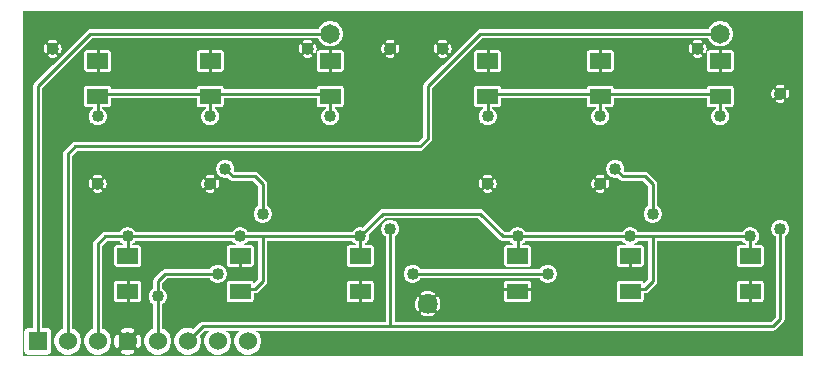
<source format=gbr>
G04 start of page 3 for group 1 idx 1 *
G04 Title: 36.006.01.01.01, solder *
G04 Creator: pcb 20100929 *
G04 CreationDate: Wed Mar 18 07:56:07 2015 UTC *
G04 For: bert *
G04 Format: Gerber/RS-274X *
G04 PCB-Dimensions: 260000 115000 *
G04 PCB-Coordinate-Origin: lower left *
%MOIN*%
%FSLAX25Y25*%
%LNBACK*%
%ADD11C,0.0100*%
%ADD13C,0.0200*%
%ADD14C,0.0600*%
%ADD15C,0.0650*%
%ADD16C,0.0400*%
%ADD18R,0.0512X0.0512*%
%ADD22C,0.0380*%
%ADD23C,0.0460*%
G54D13*G36*
X250091Y40716D02*X250379Y40379D01*
X250737Y40073D01*
X251000Y39912D01*
Y13122D01*
X250091Y12213D01*
Y40716D01*
G37*
G36*
X254909Y115000D02*X260000D01*
Y0D01*
X254909D01*
Y40716D01*
X254927Y40737D01*
X255173Y41138D01*
X255353Y41573D01*
X255463Y42031D01*
X255500Y42500D01*
X255463Y42969D01*
X255353Y43427D01*
X255173Y43862D01*
X254927Y44263D01*
X254909Y44284D01*
Y86074D01*
X254938Y86079D01*
X255013Y86104D01*
X255082Y86140D01*
X255146Y86187D01*
X255201Y86243D01*
X255246Y86307D01*
X255281Y86377D01*
X255376Y86648D01*
X255444Y86928D01*
X255486Y87213D01*
X255500Y87500D01*
X255486Y87788D01*
X255444Y88073D01*
X255376Y88353D01*
X255281Y88624D01*
X255245Y88694D01*
X255200Y88758D01*
X255145Y88814D01*
X255082Y88860D01*
X255012Y88897D01*
X254938Y88921D01*
X254909Y88926D01*
Y115000D01*
G37*
G36*
Y0D02*X252500D01*
Y10380D01*
X253547Y11427D01*
X253561Y11439D01*
X253714Y11618D01*
X253837Y11819D01*
X253927Y12036D01*
X253982Y12265D01*
X254000Y12500D01*
Y39912D01*
X254263Y40073D01*
X254621Y40379D01*
X254909Y40716D01*
Y0D01*
G37*
G36*
X252500Y115000D02*X254909D01*
Y88926D01*
X254861Y88934D01*
X254782Y88935D01*
X254705Y88924D01*
X254630Y88900D01*
X254560Y88865D01*
X254496Y88820D01*
X254440Y88765D01*
X254394Y88702D01*
X254357Y88632D01*
X254333Y88558D01*
X254320Y88481D01*
X254319Y88402D01*
X254330Y88325D01*
X254354Y88250D01*
X254417Y88069D01*
X254463Y87882D01*
X254490Y87692D01*
X254500Y87500D01*
X254490Y87309D01*
X254463Y87119D01*
X254417Y86932D01*
X254354Y86751D01*
X254329Y86676D01*
X254318Y86598D01*
X254319Y86520D01*
X254332Y86443D01*
X254357Y86368D01*
X254393Y86299D01*
X254440Y86235D01*
X254496Y86180D01*
X254560Y86135D01*
X254630Y86100D01*
X254705Y86076D01*
X254783Y86065D01*
X254861Y86066D01*
X254909Y86074D01*
Y44284D01*
X254621Y44621D01*
X254263Y44927D01*
X253862Y45173D01*
X253427Y45353D01*
X252969Y45463D01*
X252500Y45500D01*
Y84500D01*
X252787Y84514D01*
X253072Y84556D01*
X253352Y84624D01*
X253623Y84719D01*
X253693Y84755D01*
X253757Y84800D01*
X253813Y84855D01*
X253859Y84918D01*
X253896Y84988D01*
X253920Y85062D01*
X253933Y85139D01*
X253934Y85218D01*
X253923Y85295D01*
X253899Y85370D01*
X253864Y85440D01*
X253819Y85504D01*
X253764Y85560D01*
X253701Y85606D01*
X253631Y85643D01*
X253557Y85667D01*
X253480Y85680D01*
X253401Y85681D01*
X253324Y85670D01*
X253249Y85646D01*
X253068Y85583D01*
X252881Y85537D01*
X252691Y85510D01*
X252500Y85500D01*
Y89500D01*
X252691Y89491D01*
X252881Y89464D01*
X253068Y89418D01*
X253249Y89355D01*
X253324Y89330D01*
X253402Y89319D01*
X253480Y89320D01*
X253557Y89333D01*
X253632Y89358D01*
X253701Y89394D01*
X253765Y89441D01*
X253820Y89497D01*
X253865Y89561D01*
X253900Y89631D01*
X253924Y89706D01*
X253935Y89784D01*
X253934Y89862D01*
X253921Y89939D01*
X253896Y90014D01*
X253860Y90083D01*
X253813Y90147D01*
X253757Y90202D01*
X253693Y90247D01*
X253623Y90282D01*
X253352Y90377D01*
X253072Y90445D01*
X252787Y90487D01*
X252500Y90500D01*
Y115000D01*
G37*
G36*
Y0D02*X250091D01*
Y8507D01*
X250235Y8518D01*
X250464Y8573D01*
X250681Y8663D01*
X250882Y8786D01*
X251061Y8939D01*
X251073Y8953D01*
X252500Y10380D01*
Y0D01*
G37*
G36*
X250091Y115000D02*X252500D01*
Y90500D01*
X252212Y90487D01*
X251927Y90445D01*
X251647Y90377D01*
X251376Y90282D01*
X251306Y90246D01*
X251242Y90201D01*
X251186Y90146D01*
X251140Y90083D01*
X251103Y90013D01*
X251079Y89939D01*
X251066Y89862D01*
X251065Y89783D01*
X251076Y89706D01*
X251100Y89631D01*
X251135Y89561D01*
X251180Y89497D01*
X251235Y89441D01*
X251298Y89395D01*
X251368Y89358D01*
X251442Y89334D01*
X251519Y89321D01*
X251598Y89320D01*
X251675Y89331D01*
X251750Y89355D01*
X251931Y89418D01*
X252118Y89464D01*
X252308Y89491D01*
X252500Y89500D01*
Y85500D01*
X252499D01*
X252308Y85510D01*
X252118Y85537D01*
X251931Y85583D01*
X251750Y85646D01*
X251675Y85671D01*
X251597Y85682D01*
X251519Y85681D01*
X251442Y85668D01*
X251367Y85643D01*
X251298Y85607D01*
X251234Y85560D01*
X251179Y85504D01*
X251134Y85440D01*
X251099Y85370D01*
X251075Y85295D01*
X251064Y85217D01*
X251065Y85139D01*
X251078Y85062D01*
X251103Y84987D01*
X251139Y84918D01*
X251186Y84854D01*
X251242Y84799D01*
X251306Y84754D01*
X251376Y84719D01*
X251647Y84624D01*
X251927Y84556D01*
X252212Y84514D01*
X252499Y84500D01*
X252500D01*
Y45500D01*
X252031Y45463D01*
X251573Y45353D01*
X251138Y45173D01*
X250737Y44927D01*
X250379Y44621D01*
X250091Y44284D01*
Y86075D01*
X250138Y86067D01*
X250217Y86066D01*
X250294Y86077D01*
X250369Y86101D01*
X250439Y86136D01*
X250503Y86181D01*
X250559Y86236D01*
X250605Y86299D01*
X250642Y86369D01*
X250666Y86443D01*
X250679Y86520D01*
X250680Y86599D01*
X250669Y86676D01*
X250645Y86751D01*
X250582Y86932D01*
X250536Y87119D01*
X250509Y87309D01*
X250500Y87501D01*
X250509Y87692D01*
X250536Y87882D01*
X250582Y88069D01*
X250645Y88250D01*
X250670Y88325D01*
X250681Y88403D01*
X250680Y88481D01*
X250667Y88558D01*
X250642Y88633D01*
X250606Y88702D01*
X250559Y88766D01*
X250503Y88821D01*
X250439Y88866D01*
X250369Y88901D01*
X250294Y88925D01*
X250216Y88936D01*
X250138Y88935D01*
X250091Y88927D01*
Y115000D01*
G37*
G36*
Y0D02*X242500D01*
Y8500D01*
X250000D01*
X250091Y8507D01*
Y0D01*
G37*
G36*
X242500Y115000D02*X250091D01*
Y88927D01*
X250061Y88922D01*
X249986Y88897D01*
X249917Y88861D01*
X249853Y88814D01*
X249798Y88758D01*
X249753Y88694D01*
X249718Y88624D01*
X249623Y88353D01*
X249555Y88073D01*
X249513Y87788D01*
X249500Y87501D01*
X249513Y87213D01*
X249555Y86928D01*
X249623Y86648D01*
X249718Y86377D01*
X249754Y86307D01*
X249799Y86243D01*
X249854Y86187D01*
X249917Y86141D01*
X249987Y86104D01*
X250061Y86080D01*
X250091Y86075D01*
Y44284D01*
X250073Y44263D01*
X249827Y43862D01*
X249647Y43427D01*
X249537Y42969D01*
X249500Y42500D01*
X249537Y42031D01*
X249647Y41573D01*
X249827Y41138D01*
X250073Y40737D01*
X250091Y40716D01*
Y12213D01*
X249378Y11500D01*
X242500D01*
Y18042D01*
X246199Y18048D01*
X246352Y18085D01*
X246497Y18145D01*
X246631Y18227D01*
X246750Y18329D01*
X246852Y18448D01*
X246934Y18582D01*
X246994Y18727D01*
X247031Y18880D01*
X247043Y19036D01*
X247031Y24310D01*
X246994Y24463D01*
X246934Y24608D01*
X246852Y24742D01*
X246750Y24861D01*
X246631Y24963D01*
X246497Y25045D01*
X246352Y25105D01*
X246199Y25142D01*
X246043Y25154D01*
X242500Y25148D01*
Y29852D01*
X246199Y29858D01*
X246352Y29895D01*
X246497Y29955D01*
X246631Y30037D01*
X246750Y30139D01*
X246852Y30258D01*
X246934Y30392D01*
X246994Y30537D01*
X247031Y30690D01*
X247043Y30846D01*
X247031Y36120D01*
X246994Y36273D01*
X246934Y36418D01*
X246852Y36552D01*
X246750Y36671D01*
X246631Y36773D01*
X246497Y36855D01*
X246352Y36915D01*
X246199Y36952D01*
X246043Y36964D01*
X244000Y36961D01*
Y37412D01*
X244263Y37573D01*
X244621Y37879D01*
X244927Y38237D01*
X245173Y38638D01*
X245353Y39073D01*
X245463Y39531D01*
X245500Y40000D01*
X245463Y40469D01*
X245353Y40927D01*
X245173Y41362D01*
X244927Y41763D01*
X244621Y42121D01*
X244263Y42427D01*
X243862Y42673D01*
X243427Y42853D01*
X242969Y42963D01*
X242500Y43000D01*
Y115000D01*
G37*
G36*
X232500Y8500D02*X242500D01*
Y0D01*
X232500D01*
Y8500D01*
G37*
G36*
Y38500D02*X239912D01*
X240073Y38237D01*
X240379Y37879D01*
X240737Y37573D01*
X241000Y37412D01*
Y36956D01*
X238801Y36952D01*
X238648Y36915D01*
X238503Y36855D01*
X238369Y36773D01*
X238250Y36671D01*
X238148Y36552D01*
X238066Y36418D01*
X238006Y36273D01*
X237969Y36120D01*
X237957Y35964D01*
X237969Y30690D01*
X238006Y30537D01*
X238066Y30392D01*
X238148Y30258D01*
X238250Y30139D01*
X238369Y30037D01*
X238503Y29955D01*
X238648Y29895D01*
X238801Y29858D01*
X238957Y29846D01*
X242500Y29852D01*
Y25148D01*
X238801Y25142D01*
X238648Y25105D01*
X238503Y25045D01*
X238369Y24963D01*
X238250Y24861D01*
X238148Y24742D01*
X238066Y24608D01*
X238006Y24463D01*
X237969Y24310D01*
X237957Y24154D01*
X237969Y18880D01*
X238006Y18727D01*
X238066Y18582D01*
X238148Y18448D01*
X238250Y18329D01*
X238369Y18227D01*
X238503Y18145D01*
X238648Y18085D01*
X238801Y18048D01*
X238957Y18036D01*
X242500Y18042D01*
Y11500D01*
X232500D01*
Y38500D01*
G37*
G36*
Y115000D02*X242500D01*
Y43000D01*
X242031Y42963D01*
X241573Y42853D01*
X241138Y42673D01*
X240737Y42427D01*
X240379Y42121D01*
X240073Y41763D01*
X239912Y41500D01*
X232500D01*
Y77000D01*
X232969Y77037D01*
X233427Y77147D01*
X233862Y77327D01*
X234263Y77573D01*
X234621Y77879D01*
X234927Y78237D01*
X235173Y78638D01*
X235353Y79073D01*
X235463Y79531D01*
X235500Y80000D01*
X235463Y80469D01*
X235353Y80927D01*
X235173Y81362D01*
X234927Y81763D01*
X234621Y82121D01*
X234263Y82427D01*
X234000Y82588D01*
Y83044D01*
X236199Y83048D01*
X236352Y83085D01*
X236497Y83145D01*
X236631Y83227D01*
X236750Y83329D01*
X236852Y83448D01*
X236934Y83582D01*
X236994Y83727D01*
X237031Y83880D01*
X237043Y84036D01*
X237031Y89310D01*
X236994Y89463D01*
X236934Y89608D01*
X236852Y89742D01*
X236750Y89861D01*
X236631Y89963D01*
X236497Y90045D01*
X236352Y90105D01*
X236199Y90142D01*
X236043Y90154D01*
X232500Y90148D01*
Y94852D01*
X236199Y94858D01*
X236352Y94895D01*
X236497Y94955D01*
X236631Y95037D01*
X236750Y95139D01*
X236852Y95258D01*
X236934Y95392D01*
X236994Y95537D01*
X237031Y95690D01*
X237043Y95846D01*
X237031Y101120D01*
X236994Y101273D01*
X236934Y101418D01*
X236852Y101552D01*
X236750Y101671D01*
X236631Y101773D01*
X236497Y101855D01*
X236352Y101915D01*
X236199Y101952D01*
X236043Y101964D01*
X232500Y101958D01*
Y103250D01*
X233165Y103302D01*
X233813Y103458D01*
X234429Y103713D01*
X234998Y104062D01*
X235505Y104495D01*
X235938Y105002D01*
X236287Y105571D01*
X236542Y106187D01*
X236698Y106835D01*
X236750Y107500D01*
X236698Y108165D01*
X236542Y108813D01*
X236287Y109429D01*
X235938Y109998D01*
X235505Y110505D01*
X234998Y110938D01*
X234429Y111287D01*
X233813Y111542D01*
X233165Y111698D01*
X232500Y111750D01*
Y115000D01*
G37*
G36*
X192500Y8500D02*X232500D01*
Y0D01*
X192500D01*
Y8500D01*
G37*
G36*
X202500Y18042D02*X206199Y18048D01*
X206352Y18085D01*
X206497Y18145D01*
X206631Y18227D01*
X206750Y18329D01*
X206852Y18448D01*
X206934Y18582D01*
X206994Y18727D01*
X207031Y18880D01*
X207043Y19036D01*
X207038Y21000D01*
X207500D01*
X207735Y21018D01*
X207964Y21073D01*
X208181Y21163D01*
X208382Y21286D01*
X208561Y21439D01*
X208573Y21453D01*
X211047Y23927D01*
X211061Y23939D01*
X211214Y24118D01*
X211337Y24319D01*
X211427Y24536D01*
X211482Y24765D01*
X211500Y25000D01*
Y38500D01*
X232500D01*
Y11500D01*
X202500D01*
Y18042D01*
G37*
G36*
Y37000D02*X202969Y37037D01*
X203427Y37147D01*
X203862Y37327D01*
X204263Y37573D01*
X204621Y37879D01*
X204927Y38237D01*
X205088Y38500D01*
X208500D01*
Y25622D01*
X207031Y24153D01*
Y24310D01*
X206994Y24463D01*
X206934Y24608D01*
X206852Y24742D01*
X206750Y24861D01*
X206631Y24963D01*
X206497Y25045D01*
X206352Y25105D01*
X206199Y25142D01*
X206043Y25154D01*
X202500Y25148D01*
Y29852D01*
X206199Y29858D01*
X206352Y29895D01*
X206497Y29955D01*
X206631Y30037D01*
X206750Y30139D01*
X206852Y30258D01*
X206934Y30392D01*
X206994Y30537D01*
X207031Y30690D01*
X207043Y30846D01*
X207031Y36120D01*
X206994Y36273D01*
X206934Y36418D01*
X206852Y36552D01*
X206750Y36671D01*
X206631Y36773D01*
X206497Y36855D01*
X206352Y36915D01*
X206199Y36952D01*
X206043Y36964D01*
X202500Y36958D01*
Y37000D01*
G37*
G36*
X192500Y38500D02*X199912D01*
X200073Y38237D01*
X200379Y37879D01*
X200737Y37573D01*
X201138Y37327D01*
X201573Y37147D01*
X202031Y37037D01*
X202500Y37000D01*
Y36958D01*
X198801Y36952D01*
X198648Y36915D01*
X198503Y36855D01*
X198369Y36773D01*
X198250Y36671D01*
X198148Y36552D01*
X198066Y36418D01*
X198006Y36273D01*
X197969Y36120D01*
X197957Y35964D01*
X197969Y30690D01*
X198006Y30537D01*
X198066Y30392D01*
X198148Y30258D01*
X198250Y30139D01*
X198369Y30037D01*
X198503Y29955D01*
X198648Y29895D01*
X198801Y29858D01*
X198957Y29846D01*
X202500Y29852D01*
Y25148D01*
X198801Y25142D01*
X198648Y25105D01*
X198503Y25045D01*
X198369Y24963D01*
X198250Y24861D01*
X198148Y24742D01*
X198066Y24608D01*
X198006Y24463D01*
X197969Y24310D01*
X197957Y24154D01*
X197969Y18880D01*
X198006Y18727D01*
X198066Y18582D01*
X198148Y18448D01*
X198250Y18329D01*
X198369Y18227D01*
X198503Y18145D01*
X198648Y18085D01*
X198801Y18048D01*
X198957Y18036D01*
X202500Y18042D01*
Y11500D01*
X192500D01*
Y38500D01*
G37*
G36*
X194909Y78216D02*X194927Y78237D01*
X195173Y78638D01*
X195353Y79073D01*
X195463Y79531D01*
X195500Y80000D01*
X195463Y80469D01*
X195353Y80927D01*
X195173Y81362D01*
X194927Y81763D01*
X194909Y81784D01*
Y83046D01*
X196199Y83048D01*
X196352Y83085D01*
X196497Y83145D01*
X196631Y83227D01*
X196750Y83329D01*
X196852Y83448D01*
X196934Y83582D01*
X196994Y83727D01*
X197031Y83880D01*
X197043Y84036D01*
X197039Y86000D01*
X227964D01*
X227969Y83880D01*
X228006Y83727D01*
X228066Y83582D01*
X228148Y83448D01*
X228250Y83329D01*
X228369Y83227D01*
X228503Y83145D01*
X228648Y83085D01*
X228801Y83048D01*
X228957Y83036D01*
X231000Y83039D01*
Y82588D01*
X230737Y82427D01*
X230379Y82121D01*
X230073Y81763D01*
X229827Y81362D01*
X229647Y80927D01*
X229537Y80469D01*
X229500Y80000D01*
X229537Y79531D01*
X229647Y79073D01*
X229827Y78638D01*
X230073Y78237D01*
X230379Y77879D01*
X230737Y77573D01*
X231138Y77327D01*
X231573Y77147D01*
X232031Y77037D01*
X232500Y77000D01*
Y41500D01*
X205088D01*
X204927Y41763D01*
X204621Y42121D01*
X204263Y42427D01*
X203862Y42673D01*
X203427Y42853D01*
X202969Y42963D01*
X202500Y43000D01*
X202031Y42963D01*
X201573Y42853D01*
X201138Y42673D01*
X200737Y42427D01*
X200379Y42121D01*
X200073Y41763D01*
X199912Y41500D01*
X194909D01*
Y56074D01*
X194938Y56079D01*
X195013Y56104D01*
X195082Y56140D01*
X195146Y56187D01*
X195201Y56243D01*
X195246Y56307D01*
X195281Y56377D01*
X195376Y56648D01*
X195444Y56928D01*
X195486Y57213D01*
X195500Y57500D01*
X195486Y57788D01*
X195444Y58073D01*
X195376Y58353D01*
X195281Y58624D01*
X195245Y58694D01*
X195200Y58758D01*
X195145Y58814D01*
X195082Y58860D01*
X195012Y58897D01*
X194938Y58921D01*
X194909Y58926D01*
Y61004D01*
X195073Y60737D01*
X195379Y60379D01*
X195737Y60073D01*
X196138Y59827D01*
X196573Y59647D01*
X197031Y59537D01*
X197500Y59500D01*
X197969Y59537D01*
X198270Y59609D01*
X198933Y58946D01*
X198939Y58939D01*
X199118Y58786D01*
X199319Y58663D01*
X199536Y58573D01*
X199765Y58518D01*
X200000Y58500D01*
X206879D01*
X208500Y56879D01*
Y50088D01*
X208237Y49927D01*
X207879Y49621D01*
X207573Y49263D01*
X207327Y48862D01*
X207147Y48427D01*
X207037Y47969D01*
X207000Y47500D01*
X207037Y47031D01*
X207147Y46573D01*
X207327Y46138D01*
X207573Y45737D01*
X207879Y45379D01*
X208237Y45073D01*
X208638Y44827D01*
X209073Y44647D01*
X209531Y44537D01*
X210000Y44500D01*
X210469Y44537D01*
X210927Y44647D01*
X211362Y44827D01*
X211763Y45073D01*
X212121Y45379D01*
X212427Y45737D01*
X212673Y46138D01*
X212853Y46573D01*
X212963Y47031D01*
X213000Y47500D01*
X212963Y47969D01*
X212853Y48427D01*
X212673Y48862D01*
X212427Y49263D01*
X212121Y49621D01*
X211763Y49927D01*
X211500Y50088D01*
Y57501D01*
X211482Y57735D01*
X211427Y57964D01*
X211337Y58181D01*
X211214Y58382D01*
X211061Y58561D01*
X211054Y58567D01*
X208567Y61054D01*
X208561Y61061D01*
X208382Y61214D01*
X208181Y61337D01*
X207964Y61427D01*
X207735Y61482D01*
X207518Y61499D01*
X207501Y61500D01*
X200621D01*
X200391Y61730D01*
X200463Y62031D01*
X200500Y62500D01*
X200463Y62969D01*
X200353Y63427D01*
X200173Y63862D01*
X199927Y64263D01*
X199621Y64621D01*
X199263Y64927D01*
X198862Y65173D01*
X198427Y65353D01*
X197969Y65463D01*
X197500Y65500D01*
X197031Y65463D01*
X196573Y65353D01*
X196138Y65173D01*
X195737Y64927D01*
X195379Y64621D01*
X195073Y64263D01*
X194909Y63996D01*
Y78216D01*
G37*
G36*
Y81784D02*X194621Y82121D01*
X194263Y82427D01*
X194000Y82588D01*
Y83044D01*
X194909Y83046D01*
Y81784D01*
G37*
G36*
X192500Y77000D02*X192969Y77037D01*
X193427Y77147D01*
X193862Y77327D01*
X194263Y77573D01*
X194621Y77879D01*
X194909Y78216D01*
Y63996D01*
X194827Y63862D01*
X194647Y63427D01*
X194537Y62969D01*
X194500Y62500D01*
X194537Y62031D01*
X194647Y61573D01*
X194827Y61138D01*
X194909Y61004D01*
Y58926D01*
X194861Y58934D01*
X194782Y58935D01*
X194705Y58924D01*
X194630Y58900D01*
X194560Y58865D01*
X194496Y58820D01*
X194440Y58765D01*
X194394Y58702D01*
X194357Y58632D01*
X194333Y58558D01*
X194320Y58481D01*
X194319Y58402D01*
X194330Y58325D01*
X194354Y58250D01*
X194417Y58069D01*
X194463Y57882D01*
X194490Y57692D01*
X194500Y57500D01*
X194490Y57309D01*
X194463Y57119D01*
X194417Y56932D01*
X194354Y56751D01*
X194329Y56676D01*
X194318Y56598D01*
X194319Y56520D01*
X194332Y56443D01*
X194357Y56368D01*
X194393Y56299D01*
X194440Y56235D01*
X194496Y56180D01*
X194560Y56135D01*
X194630Y56100D01*
X194705Y56076D01*
X194783Y56065D01*
X194861Y56066D01*
X194909Y56074D01*
Y41500D01*
X192500D01*
Y54500D01*
X192787Y54514D01*
X193072Y54556D01*
X193352Y54624D01*
X193623Y54719D01*
X193693Y54755D01*
X193757Y54800D01*
X193813Y54855D01*
X193859Y54918D01*
X193896Y54988D01*
X193920Y55062D01*
X193933Y55139D01*
X193934Y55218D01*
X193923Y55295D01*
X193899Y55370D01*
X193864Y55440D01*
X193819Y55504D01*
X193764Y55560D01*
X193701Y55606D01*
X193631Y55643D01*
X193557Y55667D01*
X193480Y55680D01*
X193401Y55681D01*
X193324Y55670D01*
X193249Y55646D01*
X193068Y55583D01*
X192881Y55537D01*
X192691Y55510D01*
X192500Y55500D01*
Y59500D01*
X192691Y59491D01*
X192881Y59464D01*
X193068Y59418D01*
X193249Y59355D01*
X193324Y59330D01*
X193402Y59319D01*
X193480Y59320D01*
X193557Y59333D01*
X193632Y59358D01*
X193701Y59394D01*
X193765Y59441D01*
X193820Y59497D01*
X193865Y59561D01*
X193900Y59631D01*
X193924Y59706D01*
X193935Y59784D01*
X193934Y59862D01*
X193921Y59939D01*
X193896Y60014D01*
X193860Y60083D01*
X193813Y60147D01*
X193757Y60202D01*
X193693Y60247D01*
X193623Y60282D01*
X193352Y60377D01*
X193072Y60445D01*
X192787Y60487D01*
X192500Y60500D01*
Y77000D01*
G37*
G36*
X227409Y106000D02*X228535D01*
X228713Y105571D01*
X229062Y105002D01*
X229495Y104495D01*
X230002Y104062D01*
X230571Y103713D01*
X231187Y103458D01*
X231835Y103302D01*
X232500Y103250D01*
Y101958D01*
X228801Y101952D01*
X228648Y101915D01*
X228503Y101855D01*
X228369Y101773D01*
X228250Y101671D01*
X228148Y101552D01*
X228066Y101418D01*
X228006Y101273D01*
X227969Y101120D01*
X227957Y100964D01*
X227969Y95690D01*
X228006Y95537D01*
X228066Y95392D01*
X228148Y95258D01*
X228250Y95139D01*
X228369Y95037D01*
X228503Y94955D01*
X228648Y94895D01*
X228801Y94858D01*
X228957Y94846D01*
X232500Y94852D01*
Y90148D01*
X228801Y90142D01*
X228648Y90105D01*
X228503Y90045D01*
X228369Y89963D01*
X228250Y89861D01*
X228148Y89742D01*
X228066Y89608D01*
X228006Y89463D01*
X227969Y89310D01*
X227957Y89154D01*
Y89000D01*
X227409D01*
Y101074D01*
X227438Y101079D01*
X227513Y101104D01*
X227582Y101140D01*
X227646Y101187D01*
X227701Y101243D01*
X227746Y101307D01*
X227781Y101377D01*
X227876Y101648D01*
X227944Y101928D01*
X227986Y102213D01*
X228000Y102500D01*
X227986Y102788D01*
X227944Y103073D01*
X227876Y103353D01*
X227781Y103624D01*
X227745Y103694D01*
X227700Y103758D01*
X227645Y103814D01*
X227582Y103860D01*
X227512Y103897D01*
X227438Y103921D01*
X227409Y103926D01*
Y106000D01*
G37*
G36*
X225000D02*X227409D01*
Y103926D01*
X227361Y103934D01*
X227282Y103935D01*
X227205Y103924D01*
X227130Y103900D01*
X227060Y103865D01*
X226996Y103820D01*
X226940Y103765D01*
X226894Y103702D01*
X226857Y103632D01*
X226833Y103558D01*
X226820Y103481D01*
X226819Y103402D01*
X226830Y103325D01*
X226854Y103250D01*
X226917Y103069D01*
X226963Y102882D01*
X226990Y102692D01*
X227000Y102500D01*
X226990Y102309D01*
X226963Y102119D01*
X226917Y101932D01*
X226854Y101751D01*
X226829Y101676D01*
X226818Y101598D01*
X226819Y101520D01*
X226832Y101443D01*
X226857Y101368D01*
X226893Y101299D01*
X226940Y101235D01*
X226996Y101180D01*
X227060Y101135D01*
X227130Y101100D01*
X227205Y101076D01*
X227283Y101065D01*
X227361Y101066D01*
X227409Y101074D01*
Y89000D01*
X225000D01*
Y99500D01*
X225287Y99514D01*
X225572Y99556D01*
X225852Y99624D01*
X226123Y99719D01*
X226193Y99755D01*
X226257Y99800D01*
X226313Y99855D01*
X226359Y99918D01*
X226396Y99988D01*
X226420Y100062D01*
X226433Y100139D01*
X226434Y100218D01*
X226423Y100295D01*
X226399Y100370D01*
X226364Y100440D01*
X226319Y100504D01*
X226264Y100560D01*
X226201Y100606D01*
X226131Y100643D01*
X226057Y100667D01*
X225980Y100680D01*
X225901Y100681D01*
X225824Y100670D01*
X225749Y100646D01*
X225568Y100583D01*
X225381Y100537D01*
X225191Y100510D01*
X225000Y100500D01*
Y104500D01*
X225191Y104491D01*
X225381Y104464D01*
X225568Y104418D01*
X225749Y104355D01*
X225824Y104330D01*
X225902Y104319D01*
X225980Y104320D01*
X226057Y104333D01*
X226132Y104358D01*
X226201Y104394D01*
X226265Y104441D01*
X226320Y104497D01*
X226365Y104561D01*
X226400Y104631D01*
X226424Y104706D01*
X226435Y104784D01*
X226434Y104862D01*
X226421Y104939D01*
X226396Y105014D01*
X226360Y105083D01*
X226313Y105147D01*
X226257Y105202D01*
X226193Y105247D01*
X226123Y105282D01*
X225852Y105377D01*
X225572Y105445D01*
X225287Y105487D01*
X225000Y105500D01*
Y106000D01*
G37*
G36*
X222591D02*X225000D01*
Y105500D01*
X224712Y105487D01*
X224427Y105445D01*
X224147Y105377D01*
X223876Y105282D01*
X223806Y105246D01*
X223742Y105201D01*
X223686Y105146D01*
X223640Y105083D01*
X223603Y105013D01*
X223579Y104939D01*
X223566Y104862D01*
X223565Y104783D01*
X223576Y104706D01*
X223600Y104631D01*
X223635Y104561D01*
X223680Y104497D01*
X223735Y104441D01*
X223798Y104395D01*
X223868Y104358D01*
X223942Y104334D01*
X224019Y104321D01*
X224098Y104320D01*
X224175Y104331D01*
X224250Y104355D01*
X224431Y104418D01*
X224618Y104464D01*
X224808Y104491D01*
X225000Y104500D01*
Y100500D01*
X224999D01*
X224808Y100510D01*
X224618Y100537D01*
X224431Y100583D01*
X224250Y100646D01*
X224175Y100671D01*
X224097Y100682D01*
X224019Y100681D01*
X223942Y100668D01*
X223867Y100643D01*
X223798Y100607D01*
X223734Y100560D01*
X223679Y100504D01*
X223634Y100440D01*
X223599Y100370D01*
X223575Y100295D01*
X223564Y100217D01*
X223565Y100139D01*
X223578Y100062D01*
X223603Y99987D01*
X223639Y99918D01*
X223686Y99854D01*
X223742Y99799D01*
X223806Y99754D01*
X223876Y99719D01*
X224147Y99624D01*
X224427Y99556D01*
X224712Y99514D01*
X224999Y99500D01*
X225000D01*
Y89000D01*
X222591D01*
Y101075D01*
X222638Y101067D01*
X222717Y101066D01*
X222794Y101077D01*
X222869Y101101D01*
X222939Y101136D01*
X223003Y101181D01*
X223059Y101236D01*
X223105Y101299D01*
X223142Y101369D01*
X223166Y101443D01*
X223179Y101520D01*
X223180Y101599D01*
X223169Y101676D01*
X223145Y101751D01*
X223082Y101932D01*
X223036Y102119D01*
X223009Y102309D01*
X223000Y102501D01*
X223009Y102692D01*
X223036Y102882D01*
X223082Y103069D01*
X223145Y103250D01*
X223170Y103325D01*
X223181Y103403D01*
X223180Y103481D01*
X223167Y103558D01*
X223142Y103633D01*
X223106Y103702D01*
X223059Y103766D01*
X223003Y103821D01*
X222939Y103866D01*
X222869Y103901D01*
X222794Y103925D01*
X222716Y103936D01*
X222638Y103935D01*
X222591Y103927D01*
Y106000D01*
G37*
G36*
X192500D02*X222591D01*
Y103927D01*
X222561Y103922D01*
X222486Y103897D01*
X222417Y103861D01*
X222353Y103814D01*
X222298Y103758D01*
X222253Y103694D01*
X222218Y103624D01*
X222123Y103353D01*
X222055Y103073D01*
X222013Y102788D01*
X222000Y102501D01*
X222013Y102213D01*
X222055Y101928D01*
X222123Y101648D01*
X222218Y101377D01*
X222254Y101307D01*
X222299Y101243D01*
X222354Y101187D01*
X222417Y101141D01*
X222487Y101104D01*
X222561Y101080D01*
X222591Y101075D01*
Y89000D01*
X197032D01*
X197031Y89310D01*
X196994Y89463D01*
X196934Y89608D01*
X196852Y89742D01*
X196750Y89861D01*
X196631Y89963D01*
X196497Y90045D01*
X196352Y90105D01*
X196199Y90142D01*
X196043Y90154D01*
X192500Y90148D01*
Y94852D01*
X196199Y94858D01*
X196352Y94895D01*
X196497Y94955D01*
X196631Y95037D01*
X196750Y95139D01*
X196852Y95258D01*
X196934Y95392D01*
X196994Y95537D01*
X197031Y95690D01*
X197043Y95846D01*
X197031Y101120D01*
X196994Y101273D01*
X196934Y101418D01*
X196852Y101552D01*
X196750Y101671D01*
X196631Y101773D01*
X196497Y101855D01*
X196352Y101915D01*
X196199Y101952D01*
X196043Y101964D01*
X192500Y101958D01*
Y106000D01*
G37*
G36*
Y115000D02*X232500D01*
Y111750D01*
X231835Y111698D01*
X231187Y111542D01*
X230571Y111287D01*
X230002Y110938D01*
X229495Y110505D01*
X229062Y109998D01*
X228713Y109429D01*
X228535Y109000D01*
X192500D01*
Y115000D01*
G37*
G36*
X62500Y1270D02*X62957Y990D01*
X63609Y720D01*
X64296Y555D01*
X65000Y500D01*
X65704Y555D01*
X66391Y720D01*
X67043Y990D01*
X67645Y1359D01*
X68182Y1818D01*
X68641Y2355D01*
X69010Y2957D01*
X69280Y3609D01*
X69445Y4296D01*
X69500Y5000D01*
X69445Y5704D01*
X69280Y6391D01*
X69010Y7043D01*
X68641Y7645D01*
X68182Y8182D01*
X67810Y8500D01*
X72190D01*
X71818Y8182D01*
X71359Y7645D01*
X70990Y7043D01*
X70720Y6391D01*
X70555Y5704D01*
X70500Y5000D01*
X70555Y4296D01*
X70720Y3609D01*
X70990Y2957D01*
X71359Y2355D01*
X71818Y1818D01*
X72355Y1359D01*
X72957Y990D01*
X73609Y720D01*
X74296Y555D01*
X75000Y500D01*
X75704Y555D01*
X76391Y720D01*
X77043Y990D01*
X77645Y1359D01*
X78182Y1818D01*
X78641Y2355D01*
X79010Y2957D01*
X79280Y3609D01*
X79445Y4296D01*
X79500Y5000D01*
X79445Y5704D01*
X79280Y6391D01*
X79010Y7043D01*
X78641Y7645D01*
X78182Y8182D01*
X77810Y8500D01*
X192500D01*
Y0D01*
X62500D01*
Y1270D01*
G37*
G36*
X165000Y29852D02*X168699Y29858D01*
X168852Y29895D01*
X168997Y29955D01*
X169131Y30037D01*
X169250Y30139D01*
X169352Y30258D01*
X169434Y30392D01*
X169494Y30537D01*
X169531Y30690D01*
X169543Y30846D01*
X169531Y36120D01*
X169494Y36273D01*
X169434Y36418D01*
X169352Y36552D01*
X169250Y36671D01*
X169131Y36773D01*
X168997Y36855D01*
X168852Y36915D01*
X168699Y36952D01*
X168543Y36964D01*
X166500Y36961D01*
Y37412D01*
X166763Y37573D01*
X167121Y37879D01*
X167427Y38237D01*
X167588Y38500D01*
X192500D01*
Y11500D01*
X165000D01*
Y18042D01*
X168699Y18048D01*
X168852Y18085D01*
X168997Y18145D01*
X169131Y18227D01*
X169250Y18329D01*
X169352Y18448D01*
X169434Y18582D01*
X169494Y18727D01*
X169531Y18880D01*
X169543Y19036D01*
X169531Y24310D01*
X169494Y24463D01*
X169434Y24608D01*
X169352Y24742D01*
X169250Y24861D01*
X169131Y24963D01*
X168997Y25045D01*
X168852Y25105D01*
X168699Y25142D01*
X168543Y25154D01*
X165000Y25148D01*
Y26000D01*
X172412D01*
X172573Y25737D01*
X172879Y25379D01*
X173237Y25073D01*
X173638Y24827D01*
X174073Y24647D01*
X174531Y24537D01*
X175000Y24500D01*
X175469Y24537D01*
X175927Y24647D01*
X176362Y24827D01*
X176763Y25073D01*
X177121Y25379D01*
X177427Y25737D01*
X177673Y26138D01*
X177853Y26573D01*
X177963Y27031D01*
X178000Y27500D01*
X177963Y27969D01*
X177853Y28427D01*
X177673Y28862D01*
X177427Y29263D01*
X177121Y29621D01*
X176763Y29927D01*
X176362Y30173D01*
X175927Y30353D01*
X175469Y30463D01*
X175000Y30500D01*
X174531Y30463D01*
X174073Y30353D01*
X173638Y30173D01*
X173237Y29927D01*
X172879Y29621D01*
X172573Y29263D01*
X172412Y29000D01*
X165000D01*
Y29852D01*
G37*
G36*
X138497Y26000D02*X165000D01*
Y25148D01*
X161301Y25142D01*
X161148Y25105D01*
X161003Y25045D01*
X160869Y24963D01*
X160750Y24861D01*
X160648Y24742D01*
X160566Y24608D01*
X160506Y24463D01*
X160469Y24310D01*
X160457Y24154D01*
X160469Y18880D01*
X160506Y18727D01*
X160566Y18582D01*
X160648Y18448D01*
X160750Y18329D01*
X160869Y18227D01*
X161003Y18145D01*
X161148Y18085D01*
X161301Y18048D01*
X161457Y18036D01*
X165000Y18042D01*
Y11500D01*
X138497D01*
Y15232D01*
X138559Y15268D01*
X138621Y15316D01*
X138674Y15374D01*
X138717Y15440D01*
X138893Y15797D01*
X139035Y16168D01*
X139142Y16551D01*
X139213Y16942D01*
X139246Y17339D01*
X139243Y17736D01*
X139202Y18132D01*
X139125Y18522D01*
X139011Y18903D01*
X138863Y19272D01*
X138680Y19626D01*
X138636Y19689D01*
X138582Y19746D01*
X138520Y19793D01*
X138497Y19806D01*
Y26000D01*
G37*
G36*
X134972D02*X138497D01*
Y19806D01*
X138451Y19831D01*
X138377Y19857D01*
X138300Y19872D01*
X138222Y19874D01*
X138144Y19864D01*
X138069Y19842D01*
X137998Y19808D01*
X137933Y19764D01*
X137876Y19710D01*
X137829Y19648D01*
X137791Y19579D01*
X137765Y19505D01*
X137750Y19428D01*
X137748Y19350D01*
X137758Y19272D01*
X137780Y19197D01*
X137814Y19126D01*
X137954Y18855D01*
X138067Y18573D01*
X138154Y18282D01*
X138213Y17983D01*
X138244Y17681D01*
X138247Y17377D01*
X138221Y17074D01*
X138167Y16774D01*
X138086Y16481D01*
X137977Y16197D01*
X137842Y15925D01*
X137809Y15853D01*
X137788Y15777D01*
X137779Y15699D01*
X137782Y15620D01*
X137798Y15543D01*
X137826Y15470D01*
X137865Y15402D01*
X137913Y15340D01*
X137971Y15287D01*
X138037Y15244D01*
X138108Y15212D01*
X138184Y15191D01*
X138262Y15182D01*
X138341Y15185D01*
X138418Y15201D01*
X138491Y15229D01*
X138497Y15232D01*
Y11500D01*
X134972D01*
Y13255D01*
X135235Y13257D01*
X135631Y13298D01*
X136021Y13375D01*
X136402Y13489D01*
X136771Y13637D01*
X137124Y13820D01*
X137191Y13865D01*
X137248Y13919D01*
X137295Y13981D01*
X137333Y14050D01*
X137359Y14124D01*
X137373Y14202D01*
X137375Y14280D01*
X137364Y14358D01*
X137342Y14433D01*
X137308Y14504D01*
X137263Y14569D01*
X137209Y14626D01*
X137147Y14673D01*
X137078Y14711D01*
X137004Y14737D01*
X136926Y14751D01*
X136848Y14753D01*
X136770Y14742D01*
X136695Y14720D01*
X136624Y14686D01*
X136354Y14546D01*
X136072Y14433D01*
X135781Y14346D01*
X135482Y14287D01*
X135180Y14256D01*
X134972Y14254D01*
Y20747D01*
X135123Y20748D01*
X135426Y20722D01*
X135726Y20668D01*
X136019Y20587D01*
X136303Y20478D01*
X136575Y20343D01*
X136647Y20310D01*
X136723Y20289D01*
X136801Y20280D01*
X136880Y20283D01*
X136957Y20299D01*
X137030Y20327D01*
X137098Y20366D01*
X137160Y20414D01*
X137213Y20472D01*
X137256Y20538D01*
X137288Y20609D01*
X137309Y20685D01*
X137318Y20763D01*
X137315Y20842D01*
X137299Y20919D01*
X137271Y20992D01*
X137232Y21060D01*
X137184Y21122D01*
X137126Y21175D01*
X137060Y21218D01*
X136703Y21394D01*
X136332Y21536D01*
X135949Y21643D01*
X135558Y21714D01*
X135161Y21747D01*
X134972Y21746D01*
Y26000D01*
G37*
G36*
X131502Y24913D02*X131763Y25073D01*
X132121Y25379D01*
X132427Y25737D01*
X132588Y26000D01*
X134972D01*
Y21746D01*
X134764Y21744D01*
X134368Y21703D01*
X133978Y21626D01*
X133597Y21512D01*
X133228Y21364D01*
X132874Y21181D01*
X132811Y21137D01*
X132754Y21083D01*
X132707Y21021D01*
X132669Y20952D01*
X132643Y20878D01*
X132628Y20801D01*
X132626Y20723D01*
X132636Y20645D01*
X132658Y20570D01*
X132692Y20499D01*
X132736Y20434D01*
X132790Y20377D01*
X132852Y20330D01*
X132921Y20292D01*
X132995Y20266D01*
X133072Y20251D01*
X133150Y20249D01*
X133228Y20259D01*
X133303Y20281D01*
X133374Y20315D01*
X133645Y20455D01*
X133927Y20568D01*
X134218Y20655D01*
X134517Y20714D01*
X134819Y20745D01*
X134972Y20747D01*
Y14254D01*
X134876Y14253D01*
X134573Y14279D01*
X134273Y14333D01*
X133980Y14414D01*
X133696Y14523D01*
X133424Y14658D01*
X133352Y14691D01*
X133276Y14712D01*
X133198Y14721D01*
X133119Y14718D01*
X133042Y14702D01*
X132969Y14674D01*
X132901Y14635D01*
X132839Y14587D01*
X132786Y14529D01*
X132743Y14463D01*
X132711Y14392D01*
X132690Y14316D01*
X132681Y14238D01*
X132684Y14159D01*
X132700Y14082D01*
X132728Y14009D01*
X132767Y13941D01*
X132815Y13879D01*
X132873Y13826D01*
X132939Y13783D01*
X133296Y13607D01*
X133667Y13465D01*
X134050Y13358D01*
X134441Y13287D01*
X134838Y13254D01*
X134972Y13255D01*
Y11500D01*
X131502D01*
Y15194D01*
X131549Y15168D01*
X131623Y15142D01*
X131700Y15128D01*
X131778Y15126D01*
X131856Y15136D01*
X131931Y15158D01*
X132002Y15192D01*
X132067Y15236D01*
X132124Y15290D01*
X132171Y15353D01*
X132209Y15422D01*
X132235Y15496D01*
X132249Y15573D01*
X132251Y15651D01*
X132241Y15729D01*
X132219Y15804D01*
X132185Y15875D01*
X132045Y16146D01*
X131932Y16428D01*
X131845Y16719D01*
X131786Y17018D01*
X131755Y17320D01*
X131752Y17624D01*
X131778Y17927D01*
X131832Y18227D01*
X131913Y18520D01*
X132022Y18804D01*
X132157Y19076D01*
X132190Y19148D01*
X132211Y19224D01*
X132220Y19302D01*
X132217Y19381D01*
X132201Y19458D01*
X132173Y19531D01*
X132134Y19599D01*
X132086Y19661D01*
X132028Y19714D01*
X131962Y19757D01*
X131891Y19789D01*
X131815Y19810D01*
X131737Y19819D01*
X131658Y19816D01*
X131581Y19800D01*
X131508Y19772D01*
X131502Y19769D01*
Y24913D01*
G37*
G36*
Y46000D02*X151879D01*
X158933Y38946D01*
X158939Y38939D01*
X159118Y38786D01*
X159319Y38663D01*
X159536Y38573D01*
X159765Y38518D01*
X160000Y38500D01*
X162412D01*
X162573Y38237D01*
X162879Y37879D01*
X163237Y37573D01*
X163500Y37412D01*
Y36956D01*
X161301Y36952D01*
X161148Y36915D01*
X161003Y36855D01*
X160869Y36773D01*
X160750Y36671D01*
X160648Y36552D01*
X160566Y36418D01*
X160506Y36273D01*
X160469Y36120D01*
X160457Y35964D01*
X160469Y30690D01*
X160506Y30537D01*
X160566Y30392D01*
X160648Y30258D01*
X160750Y30139D01*
X160869Y30037D01*
X161003Y29955D01*
X161148Y29895D01*
X161301Y29858D01*
X161457Y29846D01*
X165000Y29852D01*
Y29000D01*
X132588D01*
X132427Y29263D01*
X132121Y29621D01*
X131763Y29927D01*
X131502Y30087D01*
Y46000D01*
G37*
G36*
X112500Y29852D02*X116199Y29858D01*
X116352Y29895D01*
X116497Y29955D01*
X116631Y30037D01*
X116750Y30139D01*
X116852Y30258D01*
X116934Y30392D01*
X116994Y30537D01*
X117031Y30690D01*
X117043Y30846D01*
X117031Y36120D01*
X116994Y36273D01*
X116934Y36418D01*
X116852Y36552D01*
X116750Y36671D01*
X116631Y36773D01*
X116497Y36855D01*
X116352Y36915D01*
X116199Y36952D01*
X116043Y36964D01*
X114000Y36961D01*
Y37412D01*
X114263Y37573D01*
X114621Y37879D01*
X114927Y38237D01*
X115173Y38638D01*
X115353Y39073D01*
X115463Y39531D01*
X115500Y40000D01*
X115463Y40469D01*
X115391Y40771D01*
X120620Y46000D01*
X131502D01*
Y30087D01*
X131362Y30173D01*
X130927Y30353D01*
X130469Y30463D01*
X130000Y30500D01*
X129531Y30463D01*
X129073Y30353D01*
X128638Y30173D01*
X128237Y29927D01*
X127879Y29621D01*
X127573Y29263D01*
X127327Y28862D01*
X127147Y28427D01*
X127037Y27969D01*
X127000Y27500D01*
X127037Y27031D01*
X127147Y26573D01*
X127327Y26138D01*
X127573Y25737D01*
X127879Y25379D01*
X128237Y25073D01*
X128638Y24827D01*
X129073Y24647D01*
X129531Y24537D01*
X130000Y24500D01*
X130469Y24537D01*
X130927Y24647D01*
X131362Y24827D01*
X131502Y24913D01*
Y19769D01*
X131440Y19733D01*
X131378Y19685D01*
X131325Y19627D01*
X131282Y19561D01*
X131106Y19204D01*
X130964Y18833D01*
X130857Y18450D01*
X130786Y18059D01*
X130753Y17662D01*
X130756Y17265D01*
X130797Y16869D01*
X130874Y16479D01*
X130988Y16098D01*
X131136Y15729D01*
X131319Y15375D01*
X131363Y15310D01*
X131417Y15253D01*
X131480Y15206D01*
X131502Y15194D01*
Y11500D01*
X124000D01*
Y39912D01*
X124263Y40073D01*
X124621Y40379D01*
X124927Y40737D01*
X125173Y41138D01*
X125353Y41573D01*
X125463Y42031D01*
X125500Y42500D01*
X125463Y42969D01*
X125353Y43427D01*
X125173Y43862D01*
X124927Y44263D01*
X124621Y44621D01*
X124263Y44927D01*
X123862Y45173D01*
X123427Y45353D01*
X122969Y45463D01*
X122500Y45500D01*
X122031Y45463D01*
X121573Y45353D01*
X121138Y45173D01*
X120737Y44927D01*
X120379Y44621D01*
X120073Y44263D01*
X119827Y43862D01*
X119647Y43427D01*
X119537Y42969D01*
X119500Y42500D01*
X119537Y42031D01*
X119647Y41573D01*
X119827Y41138D01*
X120073Y40737D01*
X120379Y40379D01*
X120737Y40073D01*
X121000Y39912D01*
Y11500D01*
X112500D01*
Y18042D01*
X116199Y18048D01*
X116352Y18085D01*
X116497Y18145D01*
X116631Y18227D01*
X116750Y18329D01*
X116852Y18448D01*
X116934Y18582D01*
X116994Y18727D01*
X117031Y18880D01*
X117043Y19036D01*
X117031Y24310D01*
X116994Y24463D01*
X116934Y24608D01*
X116852Y24742D01*
X116750Y24861D01*
X116631Y24963D01*
X116497Y25045D01*
X116352Y25105D01*
X116199Y25142D01*
X116043Y25154D01*
X112500Y25148D01*
Y29852D01*
G37*
G36*
X72500Y18042D02*X76199Y18048D01*
X76352Y18085D01*
X76497Y18145D01*
X76631Y18227D01*
X76750Y18329D01*
X76852Y18448D01*
X76934Y18582D01*
X76994Y18727D01*
X77031Y18880D01*
X77043Y19036D01*
X77039Y21000D01*
X77500D01*
X77735Y21018D01*
X77964Y21073D01*
X78181Y21163D01*
X78382Y21286D01*
X78561Y21439D01*
X78573Y21453D01*
X81047Y23927D01*
X81061Y23939D01*
X81214Y24118D01*
X81337Y24319D01*
X81427Y24536D01*
X81482Y24765D01*
X81500Y25000D01*
Y38500D01*
X109912D01*
X110073Y38237D01*
X110379Y37879D01*
X110737Y37573D01*
X111000Y37412D01*
Y36956D01*
X108801Y36952D01*
X108648Y36915D01*
X108503Y36855D01*
X108369Y36773D01*
X108250Y36671D01*
X108148Y36552D01*
X108066Y36418D01*
X108006Y36273D01*
X107969Y36120D01*
X107957Y35964D01*
X107969Y30690D01*
X108006Y30537D01*
X108066Y30392D01*
X108148Y30258D01*
X108250Y30139D01*
X108369Y30037D01*
X108503Y29955D01*
X108648Y29895D01*
X108801Y29858D01*
X108957Y29846D01*
X112500Y29852D01*
Y25148D01*
X108801Y25142D01*
X108648Y25105D01*
X108503Y25045D01*
X108369Y24963D01*
X108250Y24861D01*
X108148Y24742D01*
X108066Y24608D01*
X108006Y24463D01*
X107969Y24310D01*
X107957Y24154D01*
X107969Y18880D01*
X108006Y18727D01*
X108066Y18582D01*
X108148Y18448D01*
X108250Y18329D01*
X108369Y18227D01*
X108503Y18145D01*
X108648Y18085D01*
X108801Y18048D01*
X108957Y18036D01*
X112500Y18042D01*
Y11500D01*
X72500D01*
Y18042D01*
G37*
G36*
Y37000D02*X72969Y37037D01*
X73427Y37147D01*
X73862Y37327D01*
X74263Y37573D01*
X74621Y37879D01*
X74927Y38237D01*
X75088Y38500D01*
X78500D01*
Y25622D01*
X77031Y24153D01*
Y24310D01*
X76994Y24463D01*
X76934Y24608D01*
X76852Y24742D01*
X76750Y24861D01*
X76631Y24963D01*
X76497Y25045D01*
X76352Y25105D01*
X76199Y25142D01*
X76043Y25154D01*
X72500Y25148D01*
Y29852D01*
X76199Y29858D01*
X76352Y29895D01*
X76497Y29955D01*
X76631Y30037D01*
X76750Y30139D01*
X76852Y30258D01*
X76934Y30392D01*
X76994Y30537D01*
X77031Y30690D01*
X77043Y30846D01*
X77031Y36120D01*
X76994Y36273D01*
X76934Y36418D01*
X76852Y36552D01*
X76750Y36671D01*
X76631Y36773D01*
X76497Y36855D01*
X76352Y36915D01*
X76199Y36952D01*
X76043Y36964D01*
X72500Y36958D01*
Y37000D01*
G37*
G36*
X62500Y38500D02*X69912D01*
X70073Y38237D01*
X70379Y37879D01*
X70737Y37573D01*
X71138Y37327D01*
X71573Y37147D01*
X72031Y37037D01*
X72500Y37000D01*
Y36958D01*
X68801Y36952D01*
X68648Y36915D01*
X68503Y36855D01*
X68369Y36773D01*
X68250Y36671D01*
X68148Y36552D01*
X68066Y36418D01*
X68006Y36273D01*
X67969Y36120D01*
X67957Y35964D01*
X67969Y30690D01*
X68006Y30537D01*
X68066Y30392D01*
X68148Y30258D01*
X68250Y30139D01*
X68369Y30037D01*
X68503Y29955D01*
X68648Y29895D01*
X68801Y29858D01*
X68957Y29846D01*
X72500Y29852D01*
Y25148D01*
X68801Y25142D01*
X68648Y25105D01*
X68503Y25045D01*
X68369Y24963D01*
X68250Y24861D01*
X68148Y24742D01*
X68066Y24608D01*
X68006Y24463D01*
X67969Y24310D01*
X67957Y24154D01*
X67969Y18880D01*
X68006Y18727D01*
X68066Y18582D01*
X68148Y18448D01*
X68250Y18329D01*
X68369Y18227D01*
X68503Y18145D01*
X68648Y18085D01*
X68801Y18048D01*
X68957Y18036D01*
X72500Y18042D01*
Y11500D01*
X62500D01*
Y25856D01*
X62573Y25737D01*
X62879Y25379D01*
X63237Y25073D01*
X63638Y24827D01*
X64073Y24647D01*
X64531Y24537D01*
X65000Y24500D01*
X65469Y24537D01*
X65927Y24647D01*
X66362Y24827D01*
X66763Y25073D01*
X67121Y25379D01*
X67427Y25737D01*
X67673Y26138D01*
X67853Y26573D01*
X67963Y27031D01*
X68000Y27500D01*
X67963Y27969D01*
X67853Y28427D01*
X67673Y28862D01*
X67427Y29263D01*
X67121Y29621D01*
X66763Y29927D01*
X66362Y30173D01*
X65927Y30353D01*
X65469Y30463D01*
X65000Y30500D01*
X64531Y30463D01*
X64073Y30353D01*
X63638Y30173D01*
X63237Y29927D01*
X62879Y29621D01*
X62573Y29263D01*
X62500Y29144D01*
Y38500D01*
G37*
G36*
X190091Y78216D02*X190379Y77879D01*
X190737Y77573D01*
X191138Y77327D01*
X191573Y77147D01*
X192031Y77037D01*
X192500Y77000D01*
Y60500D01*
X192212Y60487D01*
X191927Y60445D01*
X191647Y60377D01*
X191376Y60282D01*
X191306Y60246D01*
X191242Y60201D01*
X191186Y60146D01*
X191140Y60083D01*
X191103Y60013D01*
X191079Y59939D01*
X191066Y59862D01*
X191065Y59783D01*
X191076Y59706D01*
X191100Y59631D01*
X191135Y59561D01*
X191180Y59497D01*
X191235Y59441D01*
X191298Y59395D01*
X191368Y59358D01*
X191442Y59334D01*
X191519Y59321D01*
X191598Y59320D01*
X191675Y59331D01*
X191750Y59355D01*
X191931Y59418D01*
X192118Y59464D01*
X192308Y59491D01*
X192500Y59500D01*
Y55500D01*
X192499D01*
X192308Y55510D01*
X192118Y55537D01*
X191931Y55583D01*
X191750Y55646D01*
X191675Y55671D01*
X191597Y55682D01*
X191519Y55681D01*
X191442Y55668D01*
X191367Y55643D01*
X191298Y55607D01*
X191234Y55560D01*
X191179Y55504D01*
X191134Y55440D01*
X191099Y55370D01*
X191075Y55295D01*
X191064Y55217D01*
X191065Y55139D01*
X191078Y55062D01*
X191103Y54987D01*
X191139Y54918D01*
X191186Y54854D01*
X191242Y54799D01*
X191306Y54754D01*
X191376Y54719D01*
X191647Y54624D01*
X191927Y54556D01*
X192212Y54514D01*
X192499Y54500D01*
X192500D01*
Y41500D01*
X190091D01*
Y56075D01*
X190138Y56067D01*
X190217Y56066D01*
X190294Y56077D01*
X190369Y56101D01*
X190439Y56136D01*
X190503Y56181D01*
X190559Y56236D01*
X190605Y56299D01*
X190642Y56369D01*
X190666Y56443D01*
X190679Y56520D01*
X190680Y56599D01*
X190669Y56676D01*
X190645Y56751D01*
X190582Y56932D01*
X190536Y57119D01*
X190509Y57309D01*
X190500Y57501D01*
X190509Y57692D01*
X190536Y57882D01*
X190582Y58069D01*
X190645Y58250D01*
X190670Y58325D01*
X190681Y58403D01*
X190680Y58481D01*
X190667Y58558D01*
X190642Y58633D01*
X190606Y58702D01*
X190559Y58766D01*
X190503Y58821D01*
X190439Y58866D01*
X190369Y58901D01*
X190294Y58925D01*
X190216Y58936D01*
X190138Y58935D01*
X190091Y58927D01*
Y78216D01*
G37*
G36*
Y83038D02*X191000Y83039D01*
Y82588D01*
X190737Y82427D01*
X190379Y82121D01*
X190091Y81784D01*
Y83038D01*
G37*
G36*
Y94848D02*X192500Y94852D01*
Y90148D01*
X190091Y90144D01*
Y94848D01*
G37*
G36*
Y106000D02*X192500D01*
Y101958D01*
X190091Y101954D01*
Y106000D01*
G37*
G36*
X157409Y78216D02*X157427Y78237D01*
X157673Y78638D01*
X157853Y79073D01*
X157963Y79531D01*
X158000Y80000D01*
X157963Y80469D01*
X157853Y80927D01*
X157673Y81362D01*
X157427Y81763D01*
X157409Y81784D01*
Y83046D01*
X158699Y83048D01*
X158852Y83085D01*
X158997Y83145D01*
X159131Y83227D01*
X159250Y83329D01*
X159352Y83448D01*
X159434Y83582D01*
X159494Y83727D01*
X159531Y83880D01*
X159543Y84036D01*
X159539Y86000D01*
X187964D01*
X187969Y83880D01*
X188006Y83727D01*
X188066Y83582D01*
X188148Y83448D01*
X188250Y83329D01*
X188369Y83227D01*
X188503Y83145D01*
X188648Y83085D01*
X188801Y83048D01*
X188957Y83036D01*
X190091Y83038D01*
Y81784D01*
X190073Y81763D01*
X189827Y81362D01*
X189647Y80927D01*
X189537Y80469D01*
X189500Y80000D01*
X189537Y79531D01*
X189647Y79073D01*
X189827Y78638D01*
X190073Y78237D01*
X190091Y78216D01*
Y58927D01*
X190061Y58922D01*
X189986Y58897D01*
X189917Y58861D01*
X189853Y58814D01*
X189798Y58758D01*
X189753Y58694D01*
X189718Y58624D01*
X189623Y58353D01*
X189555Y58073D01*
X189513Y57788D01*
X189500Y57501D01*
X189513Y57213D01*
X189555Y56928D01*
X189623Y56648D01*
X189718Y56377D01*
X189754Y56307D01*
X189799Y56243D01*
X189854Y56187D01*
X189917Y56141D01*
X189987Y56104D01*
X190061Y56080D01*
X190091Y56075D01*
Y41500D01*
X167588D01*
X167427Y41763D01*
X167121Y42121D01*
X166763Y42427D01*
X166362Y42673D01*
X165927Y42853D01*
X165469Y42963D01*
X165000Y43000D01*
X164531Y42963D01*
X164073Y42853D01*
X163638Y42673D01*
X163237Y42427D01*
X162879Y42121D01*
X162573Y41763D01*
X162412Y41500D01*
X160621D01*
X157409Y44712D01*
Y56074D01*
X157438Y56079D01*
X157513Y56104D01*
X157582Y56140D01*
X157646Y56187D01*
X157701Y56243D01*
X157746Y56307D01*
X157781Y56377D01*
X157876Y56648D01*
X157944Y56928D01*
X157986Y57213D01*
X158000Y57500D01*
X157986Y57788D01*
X157944Y58073D01*
X157876Y58353D01*
X157781Y58624D01*
X157745Y58694D01*
X157700Y58758D01*
X157645Y58814D01*
X157582Y58860D01*
X157512Y58897D01*
X157438Y58921D01*
X157409Y58926D01*
Y78216D01*
G37*
G36*
Y81784D02*X157121Y82121D01*
X156763Y82427D01*
X156500Y82588D01*
Y83044D01*
X157409Y83046D01*
Y81784D01*
G37*
G36*
X154999Y77000D02*X155000D01*
X155469Y77037D01*
X155927Y77147D01*
X156362Y77327D01*
X156763Y77573D01*
X157121Y77879D01*
X157409Y78216D01*
Y58926D01*
X157361Y58934D01*
X157282Y58935D01*
X157205Y58924D01*
X157130Y58900D01*
X157060Y58865D01*
X156996Y58820D01*
X156940Y58765D01*
X156894Y58702D01*
X156857Y58632D01*
X156833Y58558D01*
X156820Y58481D01*
X156819Y58402D01*
X156830Y58325D01*
X156854Y58250D01*
X156917Y58069D01*
X156963Y57882D01*
X156990Y57692D01*
X157000Y57500D01*
X156990Y57309D01*
X156963Y57119D01*
X156917Y56932D01*
X156854Y56751D01*
X156829Y56676D01*
X156818Y56598D01*
X156819Y56520D01*
X156832Y56443D01*
X156857Y56368D01*
X156893Y56299D01*
X156940Y56235D01*
X156996Y56180D01*
X157060Y56135D01*
X157130Y56100D01*
X157205Y56076D01*
X157283Y56065D01*
X157361Y56066D01*
X157409Y56074D01*
Y44712D01*
X154999Y47122D01*
Y54500D01*
X155287Y54514D01*
X155572Y54556D01*
X155852Y54624D01*
X156123Y54719D01*
X156193Y54755D01*
X156257Y54800D01*
X156313Y54855D01*
X156359Y54918D01*
X156396Y54988D01*
X156420Y55062D01*
X156433Y55139D01*
X156434Y55218D01*
X156423Y55295D01*
X156399Y55370D01*
X156364Y55440D01*
X156319Y55504D01*
X156264Y55560D01*
X156201Y55606D01*
X156131Y55643D01*
X156057Y55667D01*
X155980Y55680D01*
X155901Y55681D01*
X155824Y55670D01*
X155749Y55646D01*
X155568Y55583D01*
X155381Y55537D01*
X155191Y55510D01*
X154999Y55500D01*
Y59500D01*
X155000D01*
X155191Y59491D01*
X155381Y59464D01*
X155568Y59418D01*
X155749Y59355D01*
X155824Y59330D01*
X155902Y59319D01*
X155980Y59320D01*
X156057Y59333D01*
X156132Y59358D01*
X156201Y59394D01*
X156265Y59441D01*
X156320Y59497D01*
X156365Y59561D01*
X156400Y59631D01*
X156424Y59706D01*
X156435Y59784D01*
X156434Y59862D01*
X156421Y59939D01*
X156396Y60014D01*
X156360Y60083D01*
X156313Y60147D01*
X156257Y60202D01*
X156193Y60247D01*
X156123Y60282D01*
X155852Y60377D01*
X155572Y60445D01*
X155287Y60487D01*
X155000Y60500D01*
X154999D01*
Y77000D01*
G37*
G36*
Y106000D02*X190091D01*
Y101954D01*
X188801Y101952D01*
X188648Y101915D01*
X188503Y101855D01*
X188369Y101773D01*
X188250Y101671D01*
X188148Y101552D01*
X188066Y101418D01*
X188006Y101273D01*
X187969Y101120D01*
X187957Y100964D01*
X187969Y95690D01*
X188006Y95537D01*
X188066Y95392D01*
X188148Y95258D01*
X188250Y95139D01*
X188369Y95037D01*
X188503Y94955D01*
X188648Y94895D01*
X188801Y94858D01*
X188957Y94846D01*
X190091Y94848D01*
Y90144D01*
X188801Y90142D01*
X188648Y90105D01*
X188503Y90045D01*
X188369Y89963D01*
X188250Y89861D01*
X188148Y89742D01*
X188066Y89608D01*
X188006Y89463D01*
X187969Y89310D01*
X187957Y89154D01*
Y89000D01*
X159532D01*
X159531Y89310D01*
X159494Y89463D01*
X159434Y89608D01*
X159352Y89742D01*
X159250Y89861D01*
X159131Y89963D01*
X158997Y90045D01*
X158852Y90105D01*
X158699Y90142D01*
X158543Y90154D01*
X154999Y90148D01*
Y94852D01*
X158699Y94858D01*
X158852Y94895D01*
X158997Y94955D01*
X159131Y95037D01*
X159250Y95139D01*
X159352Y95258D01*
X159434Y95392D01*
X159494Y95537D01*
X159531Y95690D01*
X159543Y95846D01*
X159531Y101120D01*
X159494Y101273D01*
X159434Y101418D01*
X159352Y101552D01*
X159250Y101671D01*
X159131Y101773D01*
X158997Y101855D01*
X158852Y101915D01*
X158699Y101952D01*
X158543Y101964D01*
X154999Y101958D01*
Y106000D01*
G37*
G36*
X152591Y78216D02*X152879Y77879D01*
X153237Y77573D01*
X153638Y77327D01*
X154073Y77147D01*
X154531Y77037D01*
X154999Y77000D01*
Y60500D01*
X154712Y60487D01*
X154427Y60445D01*
X154147Y60377D01*
X153876Y60282D01*
X153806Y60246D01*
X153742Y60201D01*
X153686Y60146D01*
X153640Y60083D01*
X153603Y60013D01*
X153579Y59939D01*
X153566Y59862D01*
X153565Y59783D01*
X153576Y59706D01*
X153600Y59631D01*
X153635Y59561D01*
X153680Y59497D01*
X153735Y59441D01*
X153798Y59395D01*
X153868Y59358D01*
X153942Y59334D01*
X154019Y59321D01*
X154098Y59320D01*
X154175Y59331D01*
X154250Y59355D01*
X154431Y59418D01*
X154618Y59464D01*
X154808Y59491D01*
X154999Y59500D01*
Y55500D01*
X154808Y55510D01*
X154618Y55537D01*
X154431Y55583D01*
X154250Y55646D01*
X154175Y55671D01*
X154097Y55682D01*
X154019Y55681D01*
X153942Y55668D01*
X153867Y55643D01*
X153798Y55607D01*
X153734Y55560D01*
X153679Y55504D01*
X153634Y55440D01*
X153599Y55370D01*
X153575Y55295D01*
X153564Y55217D01*
X153565Y55139D01*
X153578Y55062D01*
X153603Y54987D01*
X153639Y54918D01*
X153686Y54854D01*
X153742Y54799D01*
X153806Y54754D01*
X153876Y54719D01*
X154147Y54624D01*
X154427Y54556D01*
X154712Y54514D01*
X154999Y54500D01*
Y47122D01*
X153567Y48554D01*
X153561Y48561D01*
X153382Y48714D01*
X153181Y48837D01*
X152964Y48927D01*
X152735Y48982D01*
X152591Y48993D01*
Y56075D01*
X152638Y56067D01*
X152717Y56066D01*
X152794Y56077D01*
X152869Y56101D01*
X152939Y56136D01*
X153003Y56181D01*
X153059Y56236D01*
X153105Y56299D01*
X153142Y56369D01*
X153166Y56443D01*
X153179Y56520D01*
X153180Y56599D01*
X153169Y56676D01*
X153145Y56751D01*
X153082Y56932D01*
X153036Y57119D01*
X153009Y57309D01*
X153000Y57501D01*
X153009Y57692D01*
X153036Y57882D01*
X153082Y58069D01*
X153145Y58250D01*
X153170Y58325D01*
X153181Y58403D01*
X153180Y58481D01*
X153167Y58558D01*
X153142Y58633D01*
X153106Y58702D01*
X153059Y58766D01*
X153003Y58821D01*
X152939Y58866D01*
X152869Y58901D01*
X152794Y58925D01*
X152716Y58936D01*
X152638Y58935D01*
X152591Y58927D01*
Y78216D01*
G37*
G36*
Y83038D02*X153500Y83039D01*
Y82588D01*
X153237Y82427D01*
X152879Y82121D01*
X152591Y81784D01*
Y83038D01*
G37*
G36*
Y94848D02*X154999Y94852D01*
Y90148D01*
X152591Y90144D01*
Y94848D01*
G37*
G36*
Y105471D02*X153120Y106000D01*
X154999D01*
Y101958D01*
X152591Y101954D01*
Y105471D01*
G37*
G36*
X73750Y68500D02*X132500D01*
X132735Y68518D01*
X132964Y68573D01*
X133181Y68663D01*
X133382Y68786D01*
X133561Y68939D01*
X133573Y68953D01*
X136047Y71427D01*
X136061Y71439D01*
X136214Y71618D01*
X136337Y71819D01*
X136427Y72036D01*
X136482Y72265D01*
X136500Y72500D01*
Y89380D01*
X152591Y105471D01*
Y101954D01*
X151301Y101952D01*
X151148Y101915D01*
X151003Y101855D01*
X150869Y101773D01*
X150750Y101671D01*
X150648Y101552D01*
X150566Y101418D01*
X150506Y101273D01*
X150469Y101120D01*
X150457Y100964D01*
X150469Y95690D01*
X150506Y95537D01*
X150566Y95392D01*
X150648Y95258D01*
X150750Y95139D01*
X150869Y95037D01*
X151003Y94955D01*
X151148Y94895D01*
X151301Y94858D01*
X151457Y94846D01*
X152591Y94848D01*
Y90144D01*
X151301Y90142D01*
X151148Y90105D01*
X151003Y90045D01*
X150869Y89963D01*
X150750Y89861D01*
X150648Y89742D01*
X150566Y89608D01*
X150506Y89463D01*
X150469Y89310D01*
X150457Y89154D01*
X150469Y83880D01*
X150506Y83727D01*
X150566Y83582D01*
X150648Y83448D01*
X150750Y83329D01*
X150869Y83227D01*
X151003Y83145D01*
X151148Y83085D01*
X151301Y83048D01*
X151457Y83036D01*
X152591Y83038D01*
Y81784D01*
X152573Y81763D01*
X152327Y81362D01*
X152147Y80927D01*
X152037Y80469D01*
X152000Y80000D01*
X152037Y79531D01*
X152147Y79073D01*
X152327Y78638D01*
X152573Y78237D01*
X152591Y78216D01*
Y58927D01*
X152561Y58922D01*
X152486Y58897D01*
X152417Y58861D01*
X152353Y58814D01*
X152298Y58758D01*
X152253Y58694D01*
X152218Y58624D01*
X152123Y58353D01*
X152055Y58073D01*
X152013Y57788D01*
X152000Y57501D01*
X152013Y57213D01*
X152055Y56928D01*
X152123Y56648D01*
X152218Y56377D01*
X152254Y56307D01*
X152299Y56243D01*
X152354Y56187D01*
X152417Y56141D01*
X152487Y56104D01*
X152561Y56080D01*
X152591Y56075D01*
Y48993D01*
X152518Y48999D01*
X152501Y49000D01*
X120000D01*
X119765Y48982D01*
X119536Y48927D01*
X119319Y48837D01*
X119118Y48714D01*
X118939Y48561D01*
X113269Y42891D01*
X112969Y42963D01*
X112500Y43000D01*
X112031Y42963D01*
X111573Y42853D01*
X111138Y42673D01*
X110737Y42427D01*
X110379Y42121D01*
X110073Y41763D01*
X109912Y41500D01*
X75088D01*
X74927Y41763D01*
X74621Y42121D01*
X74263Y42427D01*
X73862Y42673D01*
X73750Y42719D01*
Y58500D01*
X76879D01*
X78500Y56879D01*
Y50088D01*
X78237Y49927D01*
X77879Y49621D01*
X77573Y49263D01*
X77327Y48862D01*
X77147Y48427D01*
X77037Y47969D01*
X77000Y47500D01*
X77037Y47031D01*
X77147Y46573D01*
X77327Y46138D01*
X77573Y45737D01*
X77879Y45379D01*
X78237Y45073D01*
X78638Y44827D01*
X79073Y44647D01*
X79531Y44537D01*
X80000Y44500D01*
X80469Y44537D01*
X80927Y44647D01*
X81362Y44827D01*
X81763Y45073D01*
X82121Y45379D01*
X82427Y45737D01*
X82673Y46138D01*
X82853Y46573D01*
X82963Y47031D01*
X83000Y47500D01*
X82963Y47969D01*
X82853Y48427D01*
X82673Y48862D01*
X82427Y49263D01*
X82121Y49621D01*
X81763Y49927D01*
X81500Y50088D01*
Y57501D01*
X81499Y57518D01*
X81482Y57735D01*
X81427Y57964D01*
X81337Y58181D01*
X81214Y58382D01*
X81061Y58561D01*
X81054Y58567D01*
X78567Y61054D01*
X78561Y61061D01*
X78382Y61214D01*
X78181Y61337D01*
X77964Y61427D01*
X77735Y61482D01*
X77518Y61499D01*
X77501Y61500D01*
X73750D01*
Y68500D01*
G37*
G36*
X64909Y61004D02*X65073Y60737D01*
X65379Y60379D01*
X65737Y60073D01*
X66138Y59827D01*
X66573Y59647D01*
X67031Y59537D01*
X67500Y59500D01*
X67969Y59537D01*
X68270Y59609D01*
X68933Y58946D01*
X68939Y58939D01*
X69118Y58786D01*
X69319Y58663D01*
X69536Y58573D01*
X69765Y58518D01*
X70000Y58500D01*
X73750D01*
Y42719D01*
X73427Y42853D01*
X72969Y42963D01*
X72500Y43000D01*
X72031Y42963D01*
X71573Y42853D01*
X71138Y42673D01*
X70737Y42427D01*
X70379Y42121D01*
X70073Y41763D01*
X69912Y41500D01*
X64909D01*
Y56074D01*
X64938Y56079D01*
X65013Y56104D01*
X65082Y56140D01*
X65146Y56187D01*
X65201Y56243D01*
X65246Y56307D01*
X65281Y56377D01*
X65376Y56648D01*
X65444Y56928D01*
X65486Y57213D01*
X65500Y57500D01*
X65486Y57788D01*
X65444Y58073D01*
X65376Y58353D01*
X65281Y58624D01*
X65245Y58694D01*
X65200Y58758D01*
X65145Y58814D01*
X65082Y58860D01*
X65012Y58897D01*
X64938Y58921D01*
X64909Y58926D01*
Y61004D01*
G37*
G36*
Y68500D02*X73750D01*
Y61500D01*
X70621D01*
X70391Y61730D01*
X70463Y62031D01*
X70500Y62500D01*
X70463Y62969D01*
X70353Y63427D01*
X70173Y63862D01*
X69927Y64263D01*
X69621Y64621D01*
X69263Y64927D01*
X68862Y65173D01*
X68427Y65353D01*
X67969Y65463D01*
X67500Y65500D01*
X67031Y65463D01*
X66573Y65353D01*
X66138Y65173D01*
X65737Y64927D01*
X65379Y64621D01*
X65073Y64263D01*
X64909Y63996D01*
Y68500D01*
G37*
G36*
X62500D02*X64909D01*
Y63996D01*
X64827Y63862D01*
X64647Y63427D01*
X64537Y62969D01*
X64500Y62500D01*
X64537Y62031D01*
X64647Y61573D01*
X64827Y61138D01*
X64909Y61004D01*
Y58926D01*
X64861Y58934D01*
X64782Y58935D01*
X64705Y58924D01*
X64630Y58900D01*
X64560Y58865D01*
X64496Y58820D01*
X64440Y58765D01*
X64394Y58702D01*
X64357Y58632D01*
X64333Y58558D01*
X64320Y58481D01*
X64319Y58402D01*
X64330Y58325D01*
X64354Y58250D01*
X64417Y58069D01*
X64463Y57882D01*
X64490Y57692D01*
X64500Y57500D01*
X64490Y57309D01*
X64463Y57119D01*
X64417Y56932D01*
X64354Y56751D01*
X64329Y56676D01*
X64318Y56598D01*
X64319Y56520D01*
X64332Y56443D01*
X64357Y56368D01*
X64393Y56299D01*
X64440Y56235D01*
X64496Y56180D01*
X64560Y56135D01*
X64630Y56100D01*
X64705Y56076D01*
X64783Y56065D01*
X64861Y56066D01*
X64909Y56074D01*
Y41500D01*
X62500D01*
Y54500D01*
X62787Y54514D01*
X63072Y54556D01*
X63352Y54624D01*
X63623Y54719D01*
X63693Y54755D01*
X63757Y54800D01*
X63813Y54855D01*
X63859Y54918D01*
X63896Y54988D01*
X63920Y55062D01*
X63933Y55139D01*
X63934Y55218D01*
X63923Y55295D01*
X63899Y55370D01*
X63864Y55440D01*
X63819Y55504D01*
X63764Y55560D01*
X63701Y55606D01*
X63631Y55643D01*
X63557Y55667D01*
X63480Y55680D01*
X63401Y55681D01*
X63324Y55670D01*
X63249Y55646D01*
X63068Y55583D01*
X62881Y55537D01*
X62691Y55510D01*
X62500Y55500D01*
Y59500D01*
X62691Y59491D01*
X62881Y59464D01*
X63068Y59418D01*
X63249Y59355D01*
X63324Y59330D01*
X63402Y59319D01*
X63480Y59320D01*
X63557Y59333D01*
X63632Y59358D01*
X63701Y59394D01*
X63765Y59441D01*
X63820Y59497D01*
X63865Y59561D01*
X63900Y59631D01*
X63924Y59706D01*
X63935Y59784D01*
X63934Y59862D01*
X63921Y59939D01*
X63896Y60014D01*
X63860Y60083D01*
X63813Y60147D01*
X63757Y60202D01*
X63693Y60247D01*
X63623Y60282D01*
X63352Y60377D01*
X63072Y60445D01*
X62787Y60487D01*
X62500Y60500D01*
Y68500D01*
G37*
G36*
X142409Y115000D02*X192500D01*
Y109000D01*
X152500D01*
X152265Y108982D01*
X152036Y108927D01*
X151819Y108837D01*
X151618Y108714D01*
X151439Y108561D01*
X142409Y99531D01*
Y101074D01*
X142438Y101079D01*
X142513Y101104D01*
X142582Y101140D01*
X142646Y101187D01*
X142701Y101243D01*
X142746Y101307D01*
X142781Y101377D01*
X142876Y101648D01*
X142944Y101928D01*
X142986Y102213D01*
X143000Y102500D01*
X142986Y102788D01*
X142944Y103073D01*
X142876Y103353D01*
X142781Y103624D01*
X142745Y103694D01*
X142700Y103758D01*
X142645Y103814D01*
X142582Y103860D01*
X142512Y103897D01*
X142438Y103921D01*
X142409Y103926D01*
Y115000D01*
G37*
G36*
X140000D02*X142409D01*
Y103926D01*
X142361Y103934D01*
X142282Y103935D01*
X142205Y103924D01*
X142130Y103900D01*
X142060Y103865D01*
X141996Y103820D01*
X141940Y103765D01*
X141894Y103702D01*
X141857Y103632D01*
X141833Y103558D01*
X141820Y103481D01*
X141819Y103402D01*
X141830Y103325D01*
X141854Y103250D01*
X141917Y103069D01*
X141963Y102882D01*
X141990Y102692D01*
X142000Y102500D01*
X141990Y102309D01*
X141963Y102119D01*
X141917Y101932D01*
X141854Y101751D01*
X141829Y101676D01*
X141818Y101598D01*
X141819Y101520D01*
X141832Y101443D01*
X141857Y101368D01*
X141893Y101299D01*
X141940Y101235D01*
X141996Y101180D01*
X142060Y101135D01*
X142130Y101100D01*
X142205Y101076D01*
X142283Y101065D01*
X142361Y101066D01*
X142409Y101074D01*
Y99531D01*
X140000Y97122D01*
Y99500D01*
X140287Y99514D01*
X140572Y99556D01*
X140852Y99624D01*
X141123Y99719D01*
X141193Y99755D01*
X141257Y99800D01*
X141313Y99855D01*
X141359Y99918D01*
X141396Y99988D01*
X141420Y100062D01*
X141433Y100139D01*
X141434Y100218D01*
X141423Y100295D01*
X141399Y100370D01*
X141364Y100440D01*
X141319Y100504D01*
X141264Y100560D01*
X141201Y100606D01*
X141131Y100643D01*
X141057Y100667D01*
X140980Y100680D01*
X140901Y100681D01*
X140824Y100670D01*
X140749Y100646D01*
X140568Y100583D01*
X140381Y100537D01*
X140191Y100510D01*
X140000Y100500D01*
Y104500D01*
X140191Y104491D01*
X140381Y104464D01*
X140568Y104418D01*
X140749Y104355D01*
X140824Y104330D01*
X140902Y104319D01*
X140980Y104320D01*
X141057Y104333D01*
X141132Y104358D01*
X141201Y104394D01*
X141265Y104441D01*
X141320Y104497D01*
X141365Y104561D01*
X141400Y104631D01*
X141424Y104706D01*
X141435Y104784D01*
X141434Y104862D01*
X141421Y104939D01*
X141396Y105014D01*
X141360Y105083D01*
X141313Y105147D01*
X141257Y105202D01*
X141193Y105247D01*
X141123Y105282D01*
X140852Y105377D01*
X140572Y105445D01*
X140287Y105487D01*
X140000Y105500D01*
Y115000D01*
G37*
G36*
X137591D02*X140000D01*
Y105500D01*
X139712Y105487D01*
X139427Y105445D01*
X139147Y105377D01*
X138876Y105282D01*
X138806Y105246D01*
X138742Y105201D01*
X138686Y105146D01*
X138640Y105083D01*
X138603Y105013D01*
X138579Y104939D01*
X138566Y104862D01*
X138565Y104783D01*
X138576Y104706D01*
X138600Y104631D01*
X138635Y104561D01*
X138680Y104497D01*
X138735Y104441D01*
X138798Y104395D01*
X138868Y104358D01*
X138942Y104334D01*
X139019Y104321D01*
X139098Y104320D01*
X139175Y104331D01*
X139250Y104355D01*
X139431Y104418D01*
X139618Y104464D01*
X139808Y104491D01*
X140000Y104500D01*
Y100500D01*
X139999D01*
X139808Y100510D01*
X139618Y100537D01*
X139431Y100583D01*
X139250Y100646D01*
X139175Y100671D01*
X139097Y100682D01*
X139019Y100681D01*
X138942Y100668D01*
X138867Y100643D01*
X138798Y100607D01*
X138734Y100560D01*
X138679Y100504D01*
X138634Y100440D01*
X138599Y100370D01*
X138575Y100295D01*
X138564Y100217D01*
X138565Y100139D01*
X138578Y100062D01*
X138603Y99987D01*
X138639Y99918D01*
X138686Y99854D01*
X138742Y99799D01*
X138806Y99754D01*
X138876Y99719D01*
X139147Y99624D01*
X139427Y99556D01*
X139712Y99514D01*
X139999Y99500D01*
X140000D01*
Y97122D01*
X137591Y94713D01*
Y101075D01*
X137638Y101067D01*
X137717Y101066D01*
X137794Y101077D01*
X137869Y101101D01*
X137939Y101136D01*
X138003Y101181D01*
X138059Y101236D01*
X138105Y101299D01*
X138142Y101369D01*
X138166Y101443D01*
X138179Y101520D01*
X138180Y101599D01*
X138169Y101676D01*
X138145Y101751D01*
X138082Y101932D01*
X138036Y102119D01*
X138009Y102309D01*
X138000Y102501D01*
X138009Y102692D01*
X138036Y102882D01*
X138082Y103069D01*
X138145Y103250D01*
X138170Y103325D01*
X138181Y103403D01*
X138180Y103481D01*
X138167Y103558D01*
X138142Y103633D01*
X138106Y103702D01*
X138059Y103766D01*
X138003Y103821D01*
X137939Y103866D01*
X137869Y103901D01*
X137794Y103925D01*
X137716Y103936D01*
X137638Y103935D01*
X137591Y103927D01*
Y115000D01*
G37*
G36*
X124909D02*X137591D01*
Y103927D01*
X137561Y103922D01*
X137486Y103897D01*
X137417Y103861D01*
X137353Y103814D01*
X137298Y103758D01*
X137253Y103694D01*
X137218Y103624D01*
X137123Y103353D01*
X137055Y103073D01*
X137013Y102788D01*
X137000Y102501D01*
X137013Y102213D01*
X137055Y101928D01*
X137123Y101648D01*
X137218Y101377D01*
X137254Y101307D01*
X137299Y101243D01*
X137354Y101187D01*
X137417Y101141D01*
X137487Y101104D01*
X137561Y101080D01*
X137591Y101075D01*
Y94713D01*
X133939Y91061D01*
X133786Y90882D01*
X133663Y90681D01*
X133573Y90464D01*
X133518Y90235D01*
X133500Y90000D01*
Y73122D01*
X131878Y71500D01*
X124909D01*
Y101074D01*
X124938Y101079D01*
X125013Y101104D01*
X125082Y101140D01*
X125146Y101187D01*
X125201Y101243D01*
X125246Y101307D01*
X125281Y101377D01*
X125376Y101648D01*
X125444Y101928D01*
X125486Y102213D01*
X125500Y102500D01*
X125486Y102788D01*
X125444Y103073D01*
X125376Y103353D01*
X125281Y103624D01*
X125245Y103694D01*
X125200Y103758D01*
X125145Y103814D01*
X125082Y103860D01*
X125012Y103897D01*
X124938Y103921D01*
X124909Y103926D01*
Y115000D01*
G37*
G36*
X122500D02*X124909D01*
Y103926D01*
X124861Y103934D01*
X124782Y103935D01*
X124705Y103924D01*
X124630Y103900D01*
X124560Y103865D01*
X124496Y103820D01*
X124440Y103765D01*
X124394Y103702D01*
X124357Y103632D01*
X124333Y103558D01*
X124320Y103481D01*
X124319Y103402D01*
X124330Y103325D01*
X124354Y103250D01*
X124417Y103069D01*
X124463Y102882D01*
X124490Y102692D01*
X124500Y102500D01*
X124490Y102309D01*
X124463Y102119D01*
X124417Y101932D01*
X124354Y101751D01*
X124329Y101676D01*
X124318Y101598D01*
X124319Y101520D01*
X124332Y101443D01*
X124357Y101368D01*
X124393Y101299D01*
X124440Y101235D01*
X124496Y101180D01*
X124560Y101135D01*
X124630Y101100D01*
X124705Y101076D01*
X124783Y101065D01*
X124861Y101066D01*
X124909Y101074D01*
Y71500D01*
X122500D01*
Y99500D01*
X122787Y99514D01*
X123072Y99556D01*
X123352Y99624D01*
X123623Y99719D01*
X123693Y99755D01*
X123757Y99800D01*
X123813Y99855D01*
X123859Y99918D01*
X123896Y99988D01*
X123920Y100062D01*
X123933Y100139D01*
X123934Y100218D01*
X123923Y100295D01*
X123899Y100370D01*
X123864Y100440D01*
X123819Y100504D01*
X123764Y100560D01*
X123701Y100606D01*
X123631Y100643D01*
X123557Y100667D01*
X123480Y100680D01*
X123401Y100681D01*
X123324Y100670D01*
X123249Y100646D01*
X123068Y100583D01*
X122881Y100537D01*
X122691Y100510D01*
X122500Y100500D01*
Y104500D01*
X122691Y104491D01*
X122881Y104464D01*
X123068Y104418D01*
X123249Y104355D01*
X123324Y104330D01*
X123402Y104319D01*
X123480Y104320D01*
X123557Y104333D01*
X123632Y104358D01*
X123701Y104394D01*
X123765Y104441D01*
X123820Y104497D01*
X123865Y104561D01*
X123900Y104631D01*
X123924Y104706D01*
X123935Y104784D01*
X123934Y104862D01*
X123921Y104939D01*
X123896Y105014D01*
X123860Y105083D01*
X123813Y105147D01*
X123757Y105202D01*
X123693Y105247D01*
X123623Y105282D01*
X123352Y105377D01*
X123072Y105445D01*
X122787Y105487D01*
X122500Y105500D01*
Y115000D01*
G37*
G36*
X120091D02*X122500D01*
Y105500D01*
X122212Y105487D01*
X121927Y105445D01*
X121647Y105377D01*
X121376Y105282D01*
X121306Y105246D01*
X121242Y105201D01*
X121186Y105146D01*
X121140Y105083D01*
X121103Y105013D01*
X121079Y104939D01*
X121066Y104862D01*
X121065Y104783D01*
X121076Y104706D01*
X121100Y104631D01*
X121135Y104561D01*
X121180Y104497D01*
X121235Y104441D01*
X121298Y104395D01*
X121368Y104358D01*
X121442Y104334D01*
X121519Y104321D01*
X121598Y104320D01*
X121675Y104331D01*
X121750Y104355D01*
X121931Y104418D01*
X122118Y104464D01*
X122308Y104491D01*
X122500Y104500D01*
Y100500D01*
X122499D01*
X122308Y100510D01*
X122118Y100537D01*
X121931Y100583D01*
X121750Y100646D01*
X121675Y100671D01*
X121597Y100682D01*
X121519Y100681D01*
X121442Y100668D01*
X121367Y100643D01*
X121298Y100607D01*
X121234Y100560D01*
X121179Y100504D01*
X121134Y100440D01*
X121099Y100370D01*
X121075Y100295D01*
X121064Y100217D01*
X121065Y100139D01*
X121078Y100062D01*
X121103Y99987D01*
X121139Y99918D01*
X121186Y99854D01*
X121242Y99799D01*
X121306Y99754D01*
X121376Y99719D01*
X121647Y99624D01*
X121927Y99556D01*
X122212Y99514D01*
X122499Y99500D01*
X122500D01*
Y71500D01*
X120091D01*
Y101075D01*
X120138Y101067D01*
X120217Y101066D01*
X120294Y101077D01*
X120369Y101101D01*
X120439Y101136D01*
X120503Y101181D01*
X120559Y101236D01*
X120605Y101299D01*
X120642Y101369D01*
X120666Y101443D01*
X120679Y101520D01*
X120680Y101599D01*
X120669Y101676D01*
X120645Y101751D01*
X120582Y101932D01*
X120536Y102119D01*
X120509Y102309D01*
X120500Y102501D01*
X120509Y102692D01*
X120536Y102882D01*
X120582Y103069D01*
X120645Y103250D01*
X120670Y103325D01*
X120681Y103403D01*
X120680Y103481D01*
X120667Y103558D01*
X120642Y103633D01*
X120606Y103702D01*
X120559Y103766D01*
X120503Y103821D01*
X120439Y103866D01*
X120369Y103901D01*
X120294Y103925D01*
X120216Y103936D01*
X120138Y103935D01*
X120091Y103927D01*
Y115000D01*
G37*
G36*
X102500D02*X120091D01*
Y103927D01*
X120061Y103922D01*
X119986Y103897D01*
X119917Y103861D01*
X119853Y103814D01*
X119798Y103758D01*
X119753Y103694D01*
X119718Y103624D01*
X119623Y103353D01*
X119555Y103073D01*
X119513Y102788D01*
X119500Y102501D01*
X119513Y102213D01*
X119555Y101928D01*
X119623Y101648D01*
X119718Y101377D01*
X119754Y101307D01*
X119799Y101243D01*
X119854Y101187D01*
X119917Y101141D01*
X119987Y101104D01*
X120061Y101080D01*
X120091Y101075D01*
Y71500D01*
X102500D01*
Y77000D01*
X102969Y77037D01*
X103427Y77147D01*
X103862Y77327D01*
X104263Y77573D01*
X104621Y77879D01*
X104927Y78237D01*
X105173Y78638D01*
X105353Y79073D01*
X105463Y79531D01*
X105500Y80000D01*
X105463Y80469D01*
X105353Y80927D01*
X105173Y81362D01*
X104927Y81763D01*
X104621Y82121D01*
X104263Y82427D01*
X104000Y82588D01*
Y83044D01*
X106199Y83048D01*
X106352Y83085D01*
X106497Y83145D01*
X106631Y83227D01*
X106750Y83329D01*
X106852Y83448D01*
X106934Y83582D01*
X106994Y83727D01*
X107031Y83880D01*
X107043Y84036D01*
X107031Y89310D01*
X106994Y89463D01*
X106934Y89608D01*
X106852Y89742D01*
X106750Y89861D01*
X106631Y89963D01*
X106497Y90045D01*
X106352Y90105D01*
X106199Y90142D01*
X106043Y90154D01*
X102500Y90148D01*
Y94852D01*
X106199Y94858D01*
X106352Y94895D01*
X106497Y94955D01*
X106631Y95037D01*
X106750Y95139D01*
X106852Y95258D01*
X106934Y95392D01*
X106994Y95537D01*
X107031Y95690D01*
X107043Y95846D01*
X107031Y101120D01*
X106994Y101273D01*
X106934Y101418D01*
X106852Y101552D01*
X106750Y101671D01*
X106631Y101773D01*
X106497Y101855D01*
X106352Y101915D01*
X106199Y101952D01*
X106043Y101964D01*
X102500Y101958D01*
Y103250D01*
X103165Y103302D01*
X103813Y103458D01*
X104429Y103713D01*
X104998Y104062D01*
X105505Y104495D01*
X105938Y105002D01*
X106287Y105571D01*
X106542Y106187D01*
X106698Y106835D01*
X106750Y107500D01*
X106698Y108165D01*
X106542Y108813D01*
X106287Y109429D01*
X105938Y109998D01*
X105505Y110505D01*
X104998Y110938D01*
X104429Y111287D01*
X103813Y111542D01*
X103165Y111698D01*
X102500Y111750D01*
Y115000D01*
G37*
G36*
Y90148D02*X98801Y90142D01*
X98648Y90105D01*
X98503Y90045D01*
X98369Y89963D01*
X98250Y89861D01*
X98148Y89742D01*
X98066Y89608D01*
X98006Y89463D01*
X97969Y89310D01*
X97957Y89154D01*
Y89000D01*
X97409D01*
Y101074D01*
X97438Y101079D01*
X97513Y101104D01*
X97582Y101140D01*
X97646Y101187D01*
X97701Y101243D01*
X97746Y101307D01*
X97781Y101377D01*
X97876Y101648D01*
X97944Y101928D01*
X97986Y102213D01*
X98000Y102500D01*
X97986Y102788D01*
X97944Y103073D01*
X97876Y103353D01*
X97781Y103624D01*
X97745Y103694D01*
X97700Y103758D01*
X97645Y103814D01*
X97582Y103860D01*
X97512Y103897D01*
X97438Y103921D01*
X97409Y103926D01*
Y106000D01*
X98535D01*
X98713Y105571D01*
X99062Y105002D01*
X99495Y104495D01*
X100002Y104062D01*
X100571Y103713D01*
X101187Y103458D01*
X101835Y103302D01*
X102500Y103250D01*
Y101958D01*
X98801Y101952D01*
X98648Y101915D01*
X98503Y101855D01*
X98369Y101773D01*
X98250Y101671D01*
X98148Y101552D01*
X98066Y101418D01*
X98006Y101273D01*
X97969Y101120D01*
X97957Y100964D01*
X97969Y95690D01*
X98006Y95537D01*
X98066Y95392D01*
X98148Y95258D01*
X98250Y95139D01*
X98369Y95037D01*
X98503Y94955D01*
X98648Y94895D01*
X98801Y94858D01*
X98957Y94846D01*
X102500Y94852D01*
Y90148D01*
G37*
G36*
Y71500D02*X97409D01*
Y86000D01*
X97964D01*
X97969Y83880D01*
X98006Y83727D01*
X98066Y83582D01*
X98148Y83448D01*
X98250Y83329D01*
X98369Y83227D01*
X98503Y83145D01*
X98648Y83085D01*
X98801Y83048D01*
X98957Y83036D01*
X101000Y83039D01*
Y82588D01*
X100737Y82427D01*
X100379Y82121D01*
X100073Y81763D01*
X99827Y81362D01*
X99647Y80927D01*
X99537Y80469D01*
X99500Y80000D01*
X99537Y79531D01*
X99647Y79073D01*
X99827Y78638D01*
X100073Y78237D01*
X100379Y77879D01*
X100737Y77573D01*
X101138Y77327D01*
X101573Y77147D01*
X102031Y77037D01*
X102500Y77000D01*
Y71500D01*
G37*
G36*
X97409Y115000D02*X102500D01*
Y111750D01*
X101835Y111698D01*
X101187Y111542D01*
X100571Y111287D01*
X100002Y110938D01*
X99495Y110505D01*
X99062Y109998D01*
X98713Y109429D01*
X98535Y109000D01*
X97409D01*
Y115000D01*
G37*
G36*
Y89000D02*X94999D01*
Y99500D01*
X95287Y99514D01*
X95572Y99556D01*
X95852Y99624D01*
X96123Y99719D01*
X96193Y99755D01*
X96257Y99800D01*
X96313Y99855D01*
X96359Y99918D01*
X96396Y99988D01*
X96420Y100062D01*
X96433Y100139D01*
X96434Y100218D01*
X96423Y100295D01*
X96399Y100370D01*
X96364Y100440D01*
X96319Y100504D01*
X96264Y100560D01*
X96201Y100606D01*
X96131Y100643D01*
X96057Y100667D01*
X95980Y100680D01*
X95901Y100681D01*
X95824Y100670D01*
X95749Y100646D01*
X95568Y100583D01*
X95381Y100537D01*
X95191Y100510D01*
X94999Y100500D01*
Y104500D01*
X95000D01*
X95191Y104491D01*
X95381Y104464D01*
X95568Y104418D01*
X95749Y104355D01*
X95824Y104330D01*
X95902Y104319D01*
X95980Y104320D01*
X96057Y104333D01*
X96132Y104358D01*
X96201Y104394D01*
X96265Y104441D01*
X96320Y104497D01*
X96365Y104561D01*
X96400Y104631D01*
X96424Y104706D01*
X96435Y104784D01*
X96434Y104862D01*
X96421Y104939D01*
X96396Y105014D01*
X96360Y105083D01*
X96313Y105147D01*
X96257Y105202D01*
X96193Y105247D01*
X96123Y105282D01*
X95852Y105377D01*
X95572Y105445D01*
X95287Y105487D01*
X95000Y105500D01*
X94999D01*
Y106000D01*
X97409D01*
Y103926D01*
X97361Y103934D01*
X97282Y103935D01*
X97205Y103924D01*
X97130Y103900D01*
X97060Y103865D01*
X96996Y103820D01*
X96940Y103765D01*
X96894Y103702D01*
X96857Y103632D01*
X96833Y103558D01*
X96820Y103481D01*
X96819Y103402D01*
X96830Y103325D01*
X96854Y103250D01*
X96917Y103069D01*
X96963Y102882D01*
X96990Y102692D01*
X97000Y102500D01*
X96990Y102309D01*
X96963Y102119D01*
X96917Y101932D01*
X96854Y101751D01*
X96829Y101676D01*
X96818Y101598D01*
X96819Y101520D01*
X96832Y101443D01*
X96857Y101368D01*
X96893Y101299D01*
X96940Y101235D01*
X96996Y101180D01*
X97060Y101135D01*
X97130Y101100D01*
X97205Y101076D01*
X97283Y101065D01*
X97361Y101066D01*
X97409Y101074D01*
Y89000D01*
G37*
G36*
Y71500D02*X94999D01*
Y86000D01*
X97409D01*
Y71500D01*
G37*
G36*
X94999Y115000D02*X97409D01*
Y109000D01*
X94999D01*
Y115000D01*
G37*
G36*
Y89000D02*X92591D01*
Y101075D01*
X92638Y101067D01*
X92717Y101066D01*
X92794Y101077D01*
X92869Y101101D01*
X92939Y101136D01*
X93003Y101181D01*
X93059Y101236D01*
X93105Y101299D01*
X93142Y101369D01*
X93166Y101443D01*
X93179Y101520D01*
X93180Y101599D01*
X93169Y101676D01*
X93145Y101751D01*
X93082Y101932D01*
X93036Y102119D01*
X93009Y102309D01*
X93000Y102501D01*
X93009Y102692D01*
X93036Y102882D01*
X93082Y103069D01*
X93145Y103250D01*
X93170Y103325D01*
X93181Y103403D01*
X93180Y103481D01*
X93167Y103558D01*
X93142Y103633D01*
X93106Y103702D01*
X93059Y103766D01*
X93003Y103821D01*
X92939Y103866D01*
X92869Y103901D01*
X92794Y103925D01*
X92716Y103936D01*
X92638Y103935D01*
X92591Y103927D01*
Y106000D01*
X94999D01*
Y105500D01*
X94712Y105487D01*
X94427Y105445D01*
X94147Y105377D01*
X93876Y105282D01*
X93806Y105246D01*
X93742Y105201D01*
X93686Y105146D01*
X93640Y105083D01*
X93603Y105013D01*
X93579Y104939D01*
X93566Y104862D01*
X93565Y104783D01*
X93576Y104706D01*
X93600Y104631D01*
X93635Y104561D01*
X93680Y104497D01*
X93735Y104441D01*
X93798Y104395D01*
X93868Y104358D01*
X93942Y104334D01*
X94019Y104321D01*
X94098Y104320D01*
X94175Y104331D01*
X94250Y104355D01*
X94431Y104418D01*
X94618Y104464D01*
X94808Y104491D01*
X94999Y104500D01*
Y100500D01*
X94808Y100510D01*
X94618Y100537D01*
X94431Y100583D01*
X94250Y100646D01*
X94175Y100671D01*
X94097Y100682D01*
X94019Y100681D01*
X93942Y100668D01*
X93867Y100643D01*
X93798Y100607D01*
X93734Y100560D01*
X93679Y100504D01*
X93634Y100440D01*
X93599Y100370D01*
X93575Y100295D01*
X93564Y100217D01*
X93565Y100139D01*
X93578Y100062D01*
X93603Y99987D01*
X93639Y99918D01*
X93686Y99854D01*
X93742Y99799D01*
X93806Y99754D01*
X93876Y99719D01*
X94147Y99624D01*
X94427Y99556D01*
X94712Y99514D01*
X94999Y99500D01*
Y89000D01*
G37*
G36*
X92591D02*X67032D01*
X67031Y89310D01*
X66994Y89463D01*
X66934Y89608D01*
X66852Y89742D01*
X66750Y89861D01*
X66631Y89963D01*
X66497Y90045D01*
X66352Y90105D01*
X66199Y90142D01*
X66043Y90154D01*
X62500Y90148D01*
Y94852D01*
X66199Y94858D01*
X66352Y94895D01*
X66497Y94955D01*
X66631Y95037D01*
X66750Y95139D01*
X66852Y95258D01*
X66934Y95392D01*
X66994Y95537D01*
X67031Y95690D01*
X67043Y95846D01*
X67031Y101120D01*
X66994Y101273D01*
X66934Y101418D01*
X66852Y101552D01*
X66750Y101671D01*
X66631Y101773D01*
X66497Y101855D01*
X66352Y101915D01*
X66199Y101952D01*
X66043Y101964D01*
X62500Y101958D01*
Y106000D01*
X92591D01*
Y103927D01*
X92561Y103922D01*
X92486Y103897D01*
X92417Y103861D01*
X92353Y103814D01*
X92298Y103758D01*
X92253Y103694D01*
X92218Y103624D01*
X92123Y103353D01*
X92055Y103073D01*
X92013Y102788D01*
X92000Y102501D01*
X92013Y102213D01*
X92055Y101928D01*
X92123Y101648D01*
X92218Y101377D01*
X92254Y101307D01*
X92299Y101243D01*
X92354Y101187D01*
X92417Y101141D01*
X92487Y101104D01*
X92561Y101080D01*
X92591Y101075D01*
Y89000D01*
G37*
G36*
X94999Y71500D02*X62500D01*
Y77000D01*
X62969Y77037D01*
X63427Y77147D01*
X63862Y77327D01*
X64263Y77573D01*
X64621Y77879D01*
X64927Y78237D01*
X65173Y78638D01*
X65353Y79073D01*
X65463Y79531D01*
X65500Y80000D01*
X65463Y80469D01*
X65353Y80927D01*
X65173Y81362D01*
X64927Y81763D01*
X64621Y82121D01*
X64263Y82427D01*
X64000Y82588D01*
Y83044D01*
X66199Y83048D01*
X66352Y83085D01*
X66497Y83145D01*
X66631Y83227D01*
X66750Y83329D01*
X66852Y83448D01*
X66934Y83582D01*
X66994Y83727D01*
X67031Y83880D01*
X67043Y84036D01*
X67039Y86000D01*
X94999D01*
Y71500D01*
G37*
G36*
X62500Y115000D02*X94999D01*
Y109000D01*
X62500D01*
Y115000D01*
G37*
G36*
X38614Y29858D02*X38699D01*
X38852Y29895D01*
X38997Y29955D01*
X39131Y30037D01*
X39250Y30139D01*
X39352Y30258D01*
X39434Y30392D01*
X39494Y30537D01*
X39531Y30690D01*
X39543Y30846D01*
X39531Y36120D01*
X39494Y36273D01*
X39434Y36418D01*
X39352Y36552D01*
X39250Y36671D01*
X39131Y36773D01*
X38997Y36855D01*
X38852Y36915D01*
X38699Y36952D01*
X38614Y36959D01*
Y38500D01*
X62500D01*
Y29144D01*
X62412Y29000D01*
X47500D01*
X47265Y28982D01*
X47036Y28927D01*
X46819Y28837D01*
X46618Y28714D01*
X46439Y28561D01*
X43939Y26061D01*
X43786Y25882D01*
X43663Y25681D01*
X43573Y25464D01*
X43518Y25235D01*
X43500Y25000D01*
Y22588D01*
X43237Y22427D01*
X42879Y22121D01*
X42573Y21763D01*
X42327Y21362D01*
X42147Y20927D01*
X42037Y20469D01*
X42000Y20000D01*
X42037Y19531D01*
X42147Y19073D01*
X42327Y18638D01*
X42573Y18237D01*
X42879Y17879D01*
X43237Y17573D01*
X43500Y17412D01*
Y9235D01*
X42957Y9010D01*
X42355Y8641D01*
X41818Y8182D01*
X41359Y7645D01*
X40990Y7043D01*
X40720Y6391D01*
X40555Y5704D01*
X40500Y5000D01*
X40555Y4296D01*
X40720Y3609D01*
X40990Y2957D01*
X41359Y2355D01*
X41818Y1818D01*
X42355Y1359D01*
X42957Y990D01*
X43609Y720D01*
X44296Y555D01*
X45000Y500D01*
X45704Y555D01*
X46391Y720D01*
X47043Y990D01*
X47645Y1359D01*
X48182Y1818D01*
X48641Y2355D01*
X49010Y2957D01*
X49280Y3609D01*
X49445Y4296D01*
X49500Y5000D01*
X49445Y5704D01*
X49280Y6391D01*
X49010Y7043D01*
X48641Y7645D01*
X48182Y8182D01*
X47645Y8641D01*
X47043Y9010D01*
X46500Y9235D01*
Y17412D01*
X46763Y17573D01*
X47121Y17879D01*
X47427Y18237D01*
X47673Y18638D01*
X47853Y19073D01*
X47963Y19531D01*
X48000Y20000D01*
X47963Y20469D01*
X47853Y20927D01*
X47673Y21362D01*
X47427Y21763D01*
X47121Y22121D01*
X46763Y22427D01*
X46500Y22588D01*
Y24380D01*
X48120Y26000D01*
X62412D01*
X62500Y25856D01*
Y11500D01*
X60000D01*
X59765Y11482D01*
X59536Y11427D01*
X59319Y11337D01*
X59118Y11214D01*
X58939Y11061D01*
X56933Y9055D01*
X56391Y9280D01*
X55704Y9445D01*
X55000Y9500D01*
X54296Y9445D01*
X53609Y9280D01*
X52957Y9010D01*
X52355Y8641D01*
X51818Y8182D01*
X51359Y7645D01*
X50990Y7043D01*
X50720Y6391D01*
X50555Y5704D01*
X50500Y5000D01*
X50555Y4296D01*
X50720Y3609D01*
X50990Y2957D01*
X51359Y2355D01*
X51818Y1818D01*
X52355Y1359D01*
X52957Y990D01*
X53609Y720D01*
X54296Y555D01*
X55000Y500D01*
X55704Y555D01*
X56391Y720D01*
X57043Y990D01*
X57645Y1359D01*
X58182Y1818D01*
X58641Y2355D01*
X59010Y2957D01*
X59280Y3609D01*
X59445Y4296D01*
X59500Y5000D01*
X59445Y5704D01*
X59280Y6391D01*
X59055Y6935D01*
X60620Y8500D01*
X62190D01*
X61818Y8182D01*
X61359Y7645D01*
X60990Y7043D01*
X60720Y6391D01*
X60555Y5704D01*
X60500Y5000D01*
X60555Y4296D01*
X60720Y3609D01*
X60990Y2957D01*
X61359Y2355D01*
X61818Y1818D01*
X62355Y1359D01*
X62500Y1270D01*
Y0D01*
X38614D01*
Y2860D01*
X38658Y2868D01*
X38769Y2905D01*
X38874Y2960D01*
X38969Y3030D01*
X39051Y3114D01*
X39119Y3210D01*
X39172Y3315D01*
X39314Y3722D01*
X39417Y4142D01*
X39479Y4569D01*
X39500Y5000D01*
X39479Y5432D01*
X39417Y5859D01*
X39314Y6279D01*
X39172Y6686D01*
X39118Y6791D01*
X39050Y6887D01*
X38968Y6971D01*
X38873Y7041D01*
X38769Y7095D01*
X38657Y7132D01*
X38614Y7139D01*
Y18048D01*
X38699D01*
X38852Y18085D01*
X38997Y18145D01*
X39131Y18227D01*
X39250Y18329D01*
X39352Y18448D01*
X39434Y18582D01*
X39494Y18727D01*
X39531Y18880D01*
X39543Y19036D01*
X39531Y24310D01*
X39494Y24463D01*
X39434Y24608D01*
X39352Y24742D01*
X39250Y24861D01*
X39131Y24963D01*
X38997Y25045D01*
X38852Y25105D01*
X38699Y25142D01*
X38614Y25149D01*
Y29858D01*
G37*
G36*
Y0D02*X35000D01*
Y500D01*
X35431Y521D01*
X35858Y583D01*
X36278Y686D01*
X36685Y828D01*
X36790Y882D01*
X36886Y950D01*
X36970Y1032D01*
X37040Y1127D01*
X37094Y1231D01*
X37131Y1343D01*
X37151Y1459D01*
X37152Y1576D01*
X37134Y1693D01*
X37099Y1805D01*
X37046Y1910D01*
X36978Y2006D01*
X36896Y2090D01*
X36801Y2160D01*
X36697Y2214D01*
X36585Y2251D01*
X36469Y2271D01*
X36352Y2272D01*
X36235Y2254D01*
X36123Y2219D01*
X35852Y2124D01*
X35572Y2056D01*
X35287Y2014D01*
X35000Y2000D01*
Y8000D01*
X35287Y7987D01*
X35572Y7945D01*
X35852Y7877D01*
X36123Y7782D01*
X36235Y7746D01*
X36352Y7728D01*
X36470Y7729D01*
X36586Y7749D01*
X36697Y7786D01*
X36802Y7841D01*
X36897Y7911D01*
X36979Y7995D01*
X37047Y8091D01*
X37100Y8196D01*
X37135Y8308D01*
X37153Y8425D01*
X37152Y8543D01*
X37132Y8659D01*
X37095Y8770D01*
X37040Y8875D01*
X36970Y8970D01*
X36886Y9052D01*
X36790Y9120D01*
X36685Y9173D01*
X36278Y9315D01*
X35858Y9418D01*
X35431Y9480D01*
X35000Y9500D01*
Y18042D01*
X38614Y18048D01*
Y7139D01*
X38541Y7152D01*
X38424Y7153D01*
X38307Y7135D01*
X38195Y7100D01*
X38090Y7047D01*
X37994Y6979D01*
X37910Y6897D01*
X37840Y6802D01*
X37786Y6698D01*
X37749Y6586D01*
X37729Y6470D01*
X37728Y6353D01*
X37746Y6236D01*
X37781Y6124D01*
X37876Y5853D01*
X37944Y5573D01*
X37986Y5288D01*
X38000Y5000D01*
X37986Y4713D01*
X37944Y4428D01*
X37876Y4148D01*
X37781Y3877D01*
X37745Y3765D01*
X37727Y3648D01*
X37728Y3530D01*
X37748Y3414D01*
X37785Y3303D01*
X37840Y3198D01*
X37910Y3103D01*
X37994Y3021D01*
X38090Y2953D01*
X38195Y2900D01*
X38307Y2865D01*
X38424Y2847D01*
X38542Y2848D01*
X38614Y2860D01*
Y0D01*
G37*
G36*
Y36959D02*X38543Y36964D01*
X36500Y36961D01*
Y37412D01*
X36763Y37573D01*
X37121Y37879D01*
X37427Y38237D01*
X37588Y38500D01*
X38614D01*
Y36959D01*
G37*
G36*
X35000Y29852D02*X38614Y29858D01*
Y25149D01*
X38543Y25154D01*
X35000Y25148D01*
Y29852D01*
G37*
G36*
X60091Y68500D02*X62500D01*
Y60500D01*
X62212Y60487D01*
X61927Y60445D01*
X61647Y60377D01*
X61376Y60282D01*
X61306Y60246D01*
X61242Y60201D01*
X61186Y60146D01*
X61140Y60083D01*
X61103Y60013D01*
X61079Y59939D01*
X61066Y59862D01*
X61065Y59783D01*
X61076Y59706D01*
X61100Y59631D01*
X61135Y59561D01*
X61180Y59497D01*
X61235Y59441D01*
X61298Y59395D01*
X61368Y59358D01*
X61442Y59334D01*
X61519Y59321D01*
X61598Y59320D01*
X61675Y59331D01*
X61750Y59355D01*
X61931Y59418D01*
X62118Y59464D01*
X62308Y59491D01*
X62500Y59500D01*
Y55500D01*
X62499D01*
X62308Y55510D01*
X62118Y55537D01*
X61931Y55583D01*
X61750Y55646D01*
X61675Y55671D01*
X61597Y55682D01*
X61519Y55681D01*
X61442Y55668D01*
X61367Y55643D01*
X61298Y55607D01*
X61234Y55560D01*
X61179Y55504D01*
X61134Y55440D01*
X61099Y55370D01*
X61075Y55295D01*
X61064Y55217D01*
X61065Y55139D01*
X61078Y55062D01*
X61103Y54987D01*
X61139Y54918D01*
X61186Y54854D01*
X61242Y54799D01*
X61306Y54754D01*
X61376Y54719D01*
X61647Y54624D01*
X61927Y54556D01*
X62212Y54514D01*
X62499Y54500D01*
X62500D01*
Y41500D01*
X60091D01*
Y56075D01*
X60138Y56067D01*
X60217Y56066D01*
X60294Y56077D01*
X60369Y56101D01*
X60439Y56136D01*
X60503Y56181D01*
X60559Y56236D01*
X60605Y56299D01*
X60642Y56369D01*
X60666Y56443D01*
X60679Y56520D01*
X60680Y56599D01*
X60669Y56676D01*
X60645Y56751D01*
X60582Y56932D01*
X60536Y57119D01*
X60509Y57309D01*
X60500Y57501D01*
X60509Y57692D01*
X60536Y57882D01*
X60582Y58069D01*
X60645Y58250D01*
X60670Y58325D01*
X60681Y58403D01*
X60680Y58481D01*
X60667Y58558D01*
X60642Y58633D01*
X60606Y58702D01*
X60559Y58766D01*
X60503Y58821D01*
X60439Y58866D01*
X60369Y58901D01*
X60294Y58925D01*
X60216Y58936D01*
X60138Y58935D01*
X60091Y58927D01*
Y68500D01*
G37*
G36*
X35000D02*X60091D01*
Y58927D01*
X60061Y58922D01*
X59986Y58897D01*
X59917Y58861D01*
X59853Y58814D01*
X59798Y58758D01*
X59753Y58694D01*
X59718Y58624D01*
X59623Y58353D01*
X59555Y58073D01*
X59513Y57788D01*
X59500Y57501D01*
X59513Y57213D01*
X59555Y56928D01*
X59623Y56648D01*
X59718Y56377D01*
X59754Y56307D01*
X59799Y56243D01*
X59854Y56187D01*
X59917Y56141D01*
X59987Y56104D01*
X60061Y56080D01*
X60091Y56075D01*
Y41500D01*
X37588D01*
X37427Y41763D01*
X37121Y42121D01*
X36763Y42427D01*
X36362Y42673D01*
X35927Y42853D01*
X35469Y42963D01*
X35000Y43000D01*
Y68500D01*
G37*
G36*
Y86000D02*X57964D01*
X57969Y83880D01*
X58006Y83727D01*
X58066Y83582D01*
X58148Y83448D01*
X58250Y83329D01*
X58369Y83227D01*
X58503Y83145D01*
X58648Y83085D01*
X58801Y83048D01*
X58957Y83036D01*
X61000Y83039D01*
Y82588D01*
X60737Y82427D01*
X60379Y82121D01*
X60073Y81763D01*
X59827Y81362D01*
X59647Y80927D01*
X59537Y80469D01*
X59500Y80000D01*
X59537Y79531D01*
X59647Y79073D01*
X59827Y78638D01*
X60073Y78237D01*
X60379Y77879D01*
X60737Y77573D01*
X61138Y77327D01*
X61573Y77147D01*
X62031Y77037D01*
X62500Y77000D01*
Y71500D01*
X35000D01*
Y86000D01*
G37*
G36*
Y106000D02*X62500D01*
Y101958D01*
X58801Y101952D01*
X58648Y101915D01*
X58503Y101855D01*
X58369Y101773D01*
X58250Y101671D01*
X58148Y101552D01*
X58066Y101418D01*
X58006Y101273D01*
X57969Y101120D01*
X57957Y100964D01*
X57969Y95690D01*
X58006Y95537D01*
X58066Y95392D01*
X58148Y95258D01*
X58250Y95139D01*
X58369Y95037D01*
X58503Y94955D01*
X58648Y94895D01*
X58801Y94858D01*
X58957Y94846D01*
X62500Y94852D01*
Y90148D01*
X58801Y90142D01*
X58648Y90105D01*
X58503Y90045D01*
X58369Y89963D01*
X58250Y89861D01*
X58148Y89742D01*
X58066Y89608D01*
X58006Y89463D01*
X57969Y89310D01*
X57957Y89154D01*
Y89000D01*
X35000D01*
Y106000D01*
G37*
G36*
Y115000D02*X62500D01*
Y109000D01*
X35000D01*
Y115000D01*
G37*
G36*
X31386Y18041D02*X31457Y18036D01*
X35000Y18042D01*
Y9500D01*
X34568Y9480D01*
X34141Y9418D01*
X33721Y9315D01*
X33314Y9173D01*
X33209Y9119D01*
X33113Y9051D01*
X33029Y8969D01*
X32959Y8874D01*
X32905Y8770D01*
X32868Y8658D01*
X32848Y8542D01*
X32847Y8425D01*
X32865Y8308D01*
X32900Y8196D01*
X32953Y8091D01*
X33021Y7995D01*
X33103Y7911D01*
X33198Y7841D01*
X33302Y7787D01*
X33414Y7750D01*
X33530Y7730D01*
X33647Y7729D01*
X33764Y7747D01*
X33876Y7782D01*
X34147Y7877D01*
X34427Y7945D01*
X34712Y7987D01*
X35000Y8000D01*
Y2000D01*
X34999D01*
X34712Y2014D01*
X34427Y2056D01*
X34147Y2124D01*
X33876Y2219D01*
X33764Y2255D01*
X33647Y2273D01*
X33529Y2272D01*
X33413Y2252D01*
X33302Y2215D01*
X33197Y2160D01*
X33102Y2090D01*
X33020Y2006D01*
X32952Y1910D01*
X32899Y1805D01*
X32864Y1693D01*
X32846Y1576D01*
X32847Y1458D01*
X32867Y1342D01*
X32904Y1231D01*
X32959Y1126D01*
X33029Y1031D01*
X33113Y949D01*
X33209Y881D01*
X33314Y828D01*
X33721Y686D01*
X34141Y583D01*
X34568Y521D01*
X34999Y500D01*
X35000D01*
Y0D01*
X31386D01*
Y2861D01*
X31458Y2849D01*
X31575Y2848D01*
X31692Y2866D01*
X31804Y2901D01*
X31909Y2954D01*
X32005Y3022D01*
X32089Y3104D01*
X32159Y3199D01*
X32213Y3303D01*
X32250Y3415D01*
X32270Y3531D01*
X32271Y3648D01*
X32253Y3765D01*
X32218Y3877D01*
X32123Y4148D01*
X32055Y4428D01*
X32013Y4713D01*
X32000Y5001D01*
X32013Y5288D01*
X32055Y5573D01*
X32123Y5853D01*
X32218Y6124D01*
X32254Y6236D01*
X32272Y6353D01*
X32271Y6471D01*
X32251Y6587D01*
X32214Y6698D01*
X32159Y6803D01*
X32089Y6898D01*
X32005Y6980D01*
X31909Y7048D01*
X31804Y7101D01*
X31692Y7136D01*
X31575Y7154D01*
X31457Y7153D01*
X31386Y7141D01*
Y18041D01*
G37*
G36*
Y29851D02*X31457Y29846D01*
X35000Y29852D01*
Y25148D01*
X31386Y25142D01*
Y29851D01*
G37*
G36*
Y38500D02*X32412D01*
X32573Y38237D01*
X32879Y37879D01*
X33237Y37573D01*
X33500Y37412D01*
Y36956D01*
X31386Y36952D01*
Y38500D01*
G37*
G36*
X22591Y1214D02*X22957Y990D01*
X23609Y720D01*
X24296Y555D01*
X25000Y500D01*
X25704Y555D01*
X26391Y720D01*
X27043Y990D01*
X27645Y1359D01*
X28182Y1818D01*
X28641Y2355D01*
X29010Y2957D01*
X29280Y3609D01*
X29445Y4296D01*
X29500Y5000D01*
X29445Y5704D01*
X29280Y6391D01*
X29010Y7043D01*
X28641Y7645D01*
X28182Y8182D01*
X27645Y8641D01*
X27043Y9010D01*
X26500Y9235D01*
Y36880D01*
X28120Y38500D01*
X31386D01*
Y36952D01*
X31301D01*
X31148Y36915D01*
X31003Y36855D01*
X30869Y36773D01*
X30750Y36671D01*
X30648Y36552D01*
X30566Y36418D01*
X30506Y36273D01*
X30469Y36120D01*
X30457Y35964D01*
X30469Y30690D01*
X30506Y30537D01*
X30566Y30392D01*
X30648Y30258D01*
X30750Y30139D01*
X30869Y30037D01*
X31003Y29955D01*
X31148Y29895D01*
X31301Y29858D01*
X31386Y29851D01*
Y25142D01*
X31301D01*
X31148Y25105D01*
X31003Y25045D01*
X30869Y24963D01*
X30750Y24861D01*
X30648Y24742D01*
X30566Y24608D01*
X30506Y24463D01*
X30469Y24310D01*
X30457Y24154D01*
X30469Y18880D01*
X30506Y18727D01*
X30566Y18582D01*
X30648Y18448D01*
X30750Y18329D01*
X30869Y18227D01*
X31003Y18145D01*
X31148Y18085D01*
X31301Y18048D01*
X31386Y18041D01*
Y7141D01*
X31341Y7133D01*
X31230Y7096D01*
X31125Y7041D01*
X31030Y6971D01*
X30948Y6887D01*
X30880Y6791D01*
X30827Y6686D01*
X30685Y6279D01*
X30582Y5859D01*
X30520Y5432D01*
X30500Y5001D01*
X30520Y4569D01*
X30582Y4142D01*
X30685Y3722D01*
X30827Y3315D01*
X30881Y3210D01*
X30949Y3114D01*
X31031Y3030D01*
X31126Y2960D01*
X31230Y2906D01*
X31342Y2869D01*
X31386Y2861D01*
Y0D01*
X22591D01*
Y1214D01*
G37*
G36*
X27409Y68500D02*X35000D01*
Y43000D01*
X34531Y42963D01*
X34073Y42853D01*
X33638Y42673D01*
X33237Y42427D01*
X32879Y42121D01*
X32573Y41763D01*
X32412Y41500D01*
X27500D01*
X27409Y41493D01*
Y56074D01*
X27438Y56079D01*
X27513Y56104D01*
X27582Y56140D01*
X27646Y56187D01*
X27701Y56243D01*
X27746Y56307D01*
X27781Y56377D01*
X27876Y56648D01*
X27944Y56928D01*
X27986Y57213D01*
X28000Y57500D01*
X27986Y57788D01*
X27944Y58073D01*
X27876Y58353D01*
X27781Y58624D01*
X27745Y58694D01*
X27700Y58758D01*
X27645Y58814D01*
X27582Y58860D01*
X27512Y58897D01*
X27438Y58921D01*
X27409Y58926D01*
Y68500D01*
G37*
G36*
X25000D02*X27409D01*
Y58926D01*
X27361Y58934D01*
X27282Y58935D01*
X27205Y58924D01*
X27130Y58900D01*
X27060Y58865D01*
X26996Y58820D01*
X26940Y58765D01*
X26894Y58702D01*
X26857Y58632D01*
X26833Y58558D01*
X26820Y58481D01*
X26819Y58402D01*
X26830Y58325D01*
X26854Y58250D01*
X26917Y58069D01*
X26963Y57882D01*
X26990Y57692D01*
X27000Y57500D01*
X26990Y57309D01*
X26963Y57119D01*
X26917Y56932D01*
X26854Y56751D01*
X26829Y56676D01*
X26818Y56598D01*
X26819Y56520D01*
X26832Y56443D01*
X26857Y56368D01*
X26893Y56299D01*
X26940Y56235D01*
X26996Y56180D01*
X27060Y56135D01*
X27130Y56100D01*
X27205Y56076D01*
X27283Y56065D01*
X27361Y56066D01*
X27409Y56074D01*
Y41493D01*
X27265Y41482D01*
X27036Y41427D01*
X26819Y41337D01*
X26618Y41214D01*
X26439Y41061D01*
X25000Y39622D01*
Y54500D01*
X25287Y54514D01*
X25572Y54556D01*
X25852Y54624D01*
X26123Y54719D01*
X26193Y54755D01*
X26257Y54800D01*
X26313Y54855D01*
X26359Y54918D01*
X26396Y54988D01*
X26420Y55062D01*
X26433Y55139D01*
X26434Y55218D01*
X26423Y55295D01*
X26399Y55370D01*
X26364Y55440D01*
X26319Y55504D01*
X26264Y55560D01*
X26201Y55606D01*
X26131Y55643D01*
X26057Y55667D01*
X25980Y55680D01*
X25901Y55681D01*
X25824Y55670D01*
X25749Y55646D01*
X25568Y55583D01*
X25381Y55537D01*
X25191Y55510D01*
X25000Y55500D01*
Y59500D01*
X25191Y59491D01*
X25381Y59464D01*
X25568Y59418D01*
X25749Y59355D01*
X25824Y59330D01*
X25902Y59319D01*
X25980Y59320D01*
X26057Y59333D01*
X26132Y59358D01*
X26201Y59394D01*
X26265Y59441D01*
X26320Y59497D01*
X26365Y59561D01*
X26400Y59631D01*
X26424Y59706D01*
X26435Y59784D01*
X26434Y59862D01*
X26421Y59939D01*
X26396Y60014D01*
X26360Y60083D01*
X26313Y60147D01*
X26257Y60202D01*
X26193Y60247D01*
X26123Y60282D01*
X25852Y60377D01*
X25572Y60445D01*
X25287Y60487D01*
X25000Y60500D01*
Y68500D01*
G37*
G36*
X22591D02*X25000D01*
Y60500D01*
X24712Y60487D01*
X24427Y60445D01*
X24147Y60377D01*
X23876Y60282D01*
X23806Y60246D01*
X23742Y60201D01*
X23686Y60146D01*
X23640Y60083D01*
X23603Y60013D01*
X23579Y59939D01*
X23566Y59862D01*
X23565Y59783D01*
X23576Y59706D01*
X23600Y59631D01*
X23635Y59561D01*
X23680Y59497D01*
X23735Y59441D01*
X23798Y59395D01*
X23868Y59358D01*
X23942Y59334D01*
X24019Y59321D01*
X24098Y59320D01*
X24175Y59331D01*
X24250Y59355D01*
X24431Y59418D01*
X24618Y59464D01*
X24808Y59491D01*
X25000Y59500D01*
Y55500D01*
X24999D01*
X24808Y55510D01*
X24618Y55537D01*
X24431Y55583D01*
X24250Y55646D01*
X24175Y55671D01*
X24097Y55682D01*
X24019Y55681D01*
X23942Y55668D01*
X23867Y55643D01*
X23798Y55607D01*
X23734Y55560D01*
X23679Y55504D01*
X23634Y55440D01*
X23599Y55370D01*
X23575Y55295D01*
X23564Y55217D01*
X23565Y55139D01*
X23578Y55062D01*
X23603Y54987D01*
X23639Y54918D01*
X23686Y54854D01*
X23742Y54799D01*
X23806Y54754D01*
X23876Y54719D01*
X24147Y54624D01*
X24427Y54556D01*
X24712Y54514D01*
X24999Y54500D01*
X25000D01*
Y39622D01*
X23939Y38561D01*
X23786Y38382D01*
X23663Y38181D01*
X23573Y37964D01*
X23518Y37735D01*
X23500Y37500D01*
Y9235D01*
X22957Y9010D01*
X22591Y8786D01*
Y56075D01*
X22638Y56067D01*
X22717Y56066D01*
X22794Y56077D01*
X22869Y56101D01*
X22939Y56136D01*
X23003Y56181D01*
X23059Y56236D01*
X23105Y56299D01*
X23142Y56369D01*
X23166Y56443D01*
X23179Y56520D01*
X23180Y56599D01*
X23169Y56676D01*
X23145Y56751D01*
X23082Y56932D01*
X23036Y57119D01*
X23009Y57309D01*
X23000Y57501D01*
X23009Y57692D01*
X23036Y57882D01*
X23082Y58069D01*
X23145Y58250D01*
X23170Y58325D01*
X23181Y58403D01*
X23180Y58481D01*
X23167Y58558D01*
X23142Y58633D01*
X23106Y58702D01*
X23059Y58766D01*
X23003Y58821D01*
X22939Y58866D01*
X22869Y58901D01*
X22794Y58925D01*
X22716Y58936D01*
X22638Y58935D01*
X22591Y58927D01*
Y68500D01*
G37*
G36*
Y78216D02*X22879Y77879D01*
X23237Y77573D01*
X23638Y77327D01*
X24073Y77147D01*
X24531Y77037D01*
X25000Y77000D01*
X25469Y77037D01*
X25927Y77147D01*
X26362Y77327D01*
X26763Y77573D01*
X27121Y77879D01*
X27427Y78237D01*
X27673Y78638D01*
X27853Y79073D01*
X27963Y79531D01*
X28000Y80000D01*
X27963Y80469D01*
X27853Y80927D01*
X27673Y81362D01*
X27427Y81763D01*
X27121Y82121D01*
X26763Y82427D01*
X26500Y82588D01*
Y83044D01*
X28699Y83048D01*
X28852Y83085D01*
X28997Y83145D01*
X29131Y83227D01*
X29250Y83329D01*
X29352Y83448D01*
X29434Y83582D01*
X29494Y83727D01*
X29531Y83880D01*
X29543Y84036D01*
X29539Y86000D01*
X35000D01*
Y71500D01*
X22591D01*
Y78216D01*
G37*
G36*
Y83038D02*X23500Y83039D01*
Y82588D01*
X23237Y82427D01*
X22879Y82121D01*
X22591Y81784D01*
Y83038D01*
G37*
G36*
Y105471D02*X23120Y106000D01*
X35000D01*
Y89000D01*
X29532D01*
X29531Y89310D01*
X29494Y89463D01*
X29434Y89608D01*
X29352Y89742D01*
X29250Y89861D01*
X29131Y89963D01*
X28997Y90045D01*
X28852Y90105D01*
X28699Y90142D01*
X28543Y90154D01*
X22591Y90144D01*
Y94848D01*
X28699Y94858D01*
X28852Y94895D01*
X28997Y94955D01*
X29131Y95037D01*
X29250Y95139D01*
X29352Y95258D01*
X29434Y95392D01*
X29494Y95537D01*
X29531Y95690D01*
X29543Y95846D01*
X29531Y101120D01*
X29494Y101273D01*
X29434Y101418D01*
X29352Y101552D01*
X29250Y101671D01*
X29131Y101773D01*
X28997Y101855D01*
X28852Y101915D01*
X28699Y101952D01*
X28543Y101964D01*
X22591Y101954D01*
Y105471D01*
G37*
G36*
X7591Y516D02*X8235Y518D01*
X8464Y573D01*
X8681Y663D01*
X8882Y786D01*
X9061Y939D01*
X9214Y1118D01*
X9337Y1319D01*
X9427Y1536D01*
X9482Y1765D01*
X9500Y2000D01*
X9482Y8235D01*
X9427Y8464D01*
X9337Y8681D01*
X9214Y8882D01*
X9061Y9061D01*
X8882Y9214D01*
X8681Y9337D01*
X8464Y9427D01*
X8235Y9482D01*
X8000Y9500D01*
X7591Y9499D01*
Y90471D01*
X22591Y105471D01*
Y101954D01*
X21301Y101952D01*
X21148Y101915D01*
X21003Y101855D01*
X20869Y101773D01*
X20750Y101671D01*
X20648Y101552D01*
X20566Y101418D01*
X20506Y101273D01*
X20469Y101120D01*
X20457Y100964D01*
X20469Y95690D01*
X20506Y95537D01*
X20566Y95392D01*
X20648Y95258D01*
X20750Y95139D01*
X20869Y95037D01*
X21003Y94955D01*
X21148Y94895D01*
X21301Y94858D01*
X21457Y94846D01*
X22591Y94848D01*
Y90144D01*
X21301Y90142D01*
X21148Y90105D01*
X21003Y90045D01*
X20869Y89963D01*
X20750Y89861D01*
X20648Y89742D01*
X20566Y89608D01*
X20506Y89463D01*
X20469Y89310D01*
X20457Y89154D01*
X20469Y83880D01*
X20506Y83727D01*
X20566Y83582D01*
X20648Y83448D01*
X20750Y83329D01*
X20869Y83227D01*
X21003Y83145D01*
X21148Y83085D01*
X21301Y83048D01*
X21457Y83036D01*
X22591Y83038D01*
Y81784D01*
X22573Y81763D01*
X22327Y81362D01*
X22147Y80927D01*
X22037Y80469D01*
X22000Y80000D01*
X22037Y79531D01*
X22147Y79073D01*
X22327Y78638D01*
X22573Y78237D01*
X22591Y78216D01*
Y71500D01*
X17500D01*
X17265Y71482D01*
X17036Y71427D01*
X16819Y71337D01*
X16618Y71214D01*
X16439Y71061D01*
X13939Y68561D01*
X13786Y68382D01*
X13663Y68181D01*
X13573Y67964D01*
X13518Y67735D01*
X13500Y67500D01*
Y9235D01*
X12957Y9010D01*
X12355Y8641D01*
X11818Y8182D01*
X11359Y7645D01*
X10990Y7043D01*
X10720Y6391D01*
X10555Y5704D01*
X10500Y5000D01*
X10555Y4296D01*
X10720Y3609D01*
X10990Y2957D01*
X11359Y2355D01*
X11818Y1818D01*
X12355Y1359D01*
X12957Y990D01*
X13609Y720D01*
X14296Y555D01*
X15000Y500D01*
X15704Y555D01*
X16391Y720D01*
X17043Y990D01*
X17645Y1359D01*
X18182Y1818D01*
X18641Y2355D01*
X19010Y2957D01*
X19280Y3609D01*
X19445Y4296D01*
X19500Y5000D01*
X19445Y5704D01*
X19280Y6391D01*
X19010Y7043D01*
X18641Y7645D01*
X18182Y8182D01*
X17645Y8641D01*
X17043Y9010D01*
X16500Y9235D01*
Y66880D01*
X18120Y68500D01*
X22591D01*
Y58927D01*
X22561Y58922D01*
X22486Y58897D01*
X22417Y58861D01*
X22353Y58814D01*
X22298Y58758D01*
X22253Y58694D01*
X22218Y58624D01*
X22123Y58353D01*
X22055Y58073D01*
X22013Y57788D01*
X22000Y57501D01*
X22013Y57213D01*
X22055Y56928D01*
X22123Y56648D01*
X22218Y56377D01*
X22254Y56307D01*
X22299Y56243D01*
X22354Y56187D01*
X22417Y56141D01*
X22487Y56104D01*
X22561Y56080D01*
X22591Y56075D01*
Y8786D01*
X22355Y8641D01*
X21818Y8182D01*
X21359Y7645D01*
X20990Y7043D01*
X20720Y6391D01*
X20555Y5704D01*
X20500Y5000D01*
X20555Y4296D01*
X20720Y3609D01*
X20990Y2957D01*
X21359Y2355D01*
X21818Y1818D01*
X22355Y1359D01*
X22591Y1214D01*
Y0D01*
X7591D01*
Y516D01*
G37*
G36*
X12409Y115000D02*X35000D01*
Y109000D01*
X22500D01*
X22265Y108982D01*
X22036Y108927D01*
X21819Y108837D01*
X21618Y108714D01*
X21439Y108561D01*
X12409Y99531D01*
Y101074D01*
X12438Y101079D01*
X12513Y101104D01*
X12582Y101140D01*
X12646Y101187D01*
X12701Y101243D01*
X12746Y101307D01*
X12781Y101377D01*
X12876Y101648D01*
X12944Y101928D01*
X12986Y102213D01*
X13000Y102500D01*
X12986Y102788D01*
X12944Y103073D01*
X12876Y103353D01*
X12781Y103624D01*
X12745Y103694D01*
X12700Y103758D01*
X12645Y103814D01*
X12582Y103860D01*
X12512Y103897D01*
X12438Y103921D01*
X12409Y103926D01*
Y115000D01*
G37*
G36*
X10000D02*X12409D01*
Y103926D01*
X12361Y103934D01*
X12282Y103935D01*
X12205Y103924D01*
X12130Y103900D01*
X12060Y103865D01*
X11996Y103820D01*
X11940Y103765D01*
X11894Y103702D01*
X11857Y103632D01*
X11833Y103558D01*
X11820Y103481D01*
X11819Y103402D01*
X11830Y103325D01*
X11854Y103250D01*
X11917Y103069D01*
X11963Y102882D01*
X11990Y102692D01*
X12000Y102500D01*
X11990Y102309D01*
X11963Y102119D01*
X11917Y101932D01*
X11854Y101751D01*
X11829Y101676D01*
X11818Y101598D01*
X11819Y101520D01*
X11832Y101443D01*
X11857Y101368D01*
X11893Y101299D01*
X11940Y101235D01*
X11996Y101180D01*
X12060Y101135D01*
X12130Y101100D01*
X12205Y101076D01*
X12283Y101065D01*
X12361Y101066D01*
X12409Y101074D01*
Y99531D01*
X10000Y97122D01*
Y99500D01*
X10287Y99514D01*
X10572Y99556D01*
X10852Y99624D01*
X11123Y99719D01*
X11193Y99755D01*
X11257Y99800D01*
X11313Y99855D01*
X11359Y99918D01*
X11396Y99988D01*
X11420Y100062D01*
X11433Y100139D01*
X11434Y100218D01*
X11423Y100295D01*
X11399Y100370D01*
X11364Y100440D01*
X11319Y100504D01*
X11264Y100560D01*
X11201Y100606D01*
X11131Y100643D01*
X11057Y100667D01*
X10980Y100680D01*
X10901Y100681D01*
X10824Y100670D01*
X10749Y100646D01*
X10568Y100583D01*
X10381Y100537D01*
X10191Y100510D01*
X10000Y100500D01*
Y104500D01*
X10191Y104491D01*
X10381Y104464D01*
X10568Y104418D01*
X10749Y104355D01*
X10824Y104330D01*
X10902Y104319D01*
X10980Y104320D01*
X11057Y104333D01*
X11132Y104358D01*
X11201Y104394D01*
X11265Y104441D01*
X11320Y104497D01*
X11365Y104561D01*
X11400Y104631D01*
X11424Y104706D01*
X11435Y104784D01*
X11434Y104862D01*
X11421Y104939D01*
X11396Y105014D01*
X11360Y105083D01*
X11313Y105147D01*
X11257Y105202D01*
X11193Y105247D01*
X11123Y105282D01*
X10852Y105377D01*
X10572Y105445D01*
X10287Y105487D01*
X10000Y105500D01*
Y115000D01*
G37*
G36*
X7591D02*X10000D01*
Y105500D01*
X9712Y105487D01*
X9427Y105445D01*
X9147Y105377D01*
X8876Y105282D01*
X8806Y105246D01*
X8742Y105201D01*
X8686Y105146D01*
X8640Y105083D01*
X8603Y105013D01*
X8579Y104939D01*
X8566Y104862D01*
X8565Y104783D01*
X8576Y104706D01*
X8600Y104631D01*
X8635Y104561D01*
X8680Y104497D01*
X8735Y104441D01*
X8798Y104395D01*
X8868Y104358D01*
X8942Y104334D01*
X9019Y104321D01*
X9098Y104320D01*
X9175Y104331D01*
X9250Y104355D01*
X9431Y104418D01*
X9618Y104464D01*
X9808Y104491D01*
X10000Y104500D01*
Y100500D01*
X9999D01*
X9808Y100510D01*
X9618Y100537D01*
X9431Y100583D01*
X9250Y100646D01*
X9175Y100671D01*
X9097Y100682D01*
X9019Y100681D01*
X8942Y100668D01*
X8867Y100643D01*
X8798Y100607D01*
X8734Y100560D01*
X8679Y100504D01*
X8634Y100440D01*
X8599Y100370D01*
X8575Y100295D01*
X8564Y100217D01*
X8565Y100139D01*
X8578Y100062D01*
X8603Y99987D01*
X8639Y99918D01*
X8686Y99854D01*
X8742Y99799D01*
X8806Y99754D01*
X8876Y99719D01*
X9147Y99624D01*
X9427Y99556D01*
X9712Y99514D01*
X9999Y99500D01*
X10000D01*
Y97122D01*
X7591Y94713D01*
Y101075D01*
X7638Y101067D01*
X7717Y101066D01*
X7794Y101077D01*
X7869Y101101D01*
X7939Y101136D01*
X8003Y101181D01*
X8059Y101236D01*
X8105Y101299D01*
X8142Y101369D01*
X8166Y101443D01*
X8179Y101520D01*
X8180Y101599D01*
X8169Y101676D01*
X8145Y101751D01*
X8082Y101932D01*
X8036Y102119D01*
X8009Y102309D01*
X8000Y102501D01*
X8009Y102692D01*
X8036Y102882D01*
X8082Y103069D01*
X8145Y103250D01*
X8170Y103325D01*
X8181Y103403D01*
X8180Y103481D01*
X8167Y103558D01*
X8142Y103633D01*
X8106Y103702D01*
X8059Y103766D01*
X8003Y103821D01*
X7939Y103866D01*
X7869Y103901D01*
X7794Y103925D01*
X7716Y103936D01*
X7638Y103935D01*
X7591Y103927D01*
Y115000D01*
G37*
G36*
Y9499D02*X6500Y9496D01*
Y89380D01*
X7591Y90471D01*
Y9499D01*
G37*
G36*
X0Y0D02*Y115000D01*
X7591D01*
Y103927D01*
X7561Y103922D01*
X7486Y103897D01*
X7417Y103861D01*
X7353Y103814D01*
X7298Y103758D01*
X7253Y103694D01*
X7218Y103624D01*
X7123Y103353D01*
X7055Y103073D01*
X7013Y102788D01*
X7000Y102501D01*
X7013Y102213D01*
X7055Y101928D01*
X7123Y101648D01*
X7218Y101377D01*
X7254Y101307D01*
X7299Y101243D01*
X7354Y101187D01*
X7417Y101141D01*
X7487Y101104D01*
X7561Y101080D01*
X7591Y101075D01*
Y94713D01*
X3939Y91061D01*
X3786Y90882D01*
X3663Y90681D01*
X3573Y90464D01*
X3518Y90235D01*
X3500Y90000D01*
Y9487D01*
X1765Y9482D01*
X1536Y9427D01*
X1319Y9337D01*
X1118Y9214D01*
X939Y9061D01*
X786Y8882D01*
X663Y8681D01*
X573Y8464D01*
X518Y8235D01*
X500Y8000D01*
X518Y1765D01*
X573Y1536D01*
X663Y1319D01*
X786Y1118D01*
X939Y939D01*
X1118Y786D01*
X1319Y663D01*
X1536Y573D01*
X1765Y518D01*
X2000Y500D01*
X7591Y516D01*
Y0D01*
X0D01*
G37*
G54D11*X112500Y40000D02*Y32500D01*
X27500Y40000D02*X112500D01*
X242500D02*Y32500D01*
X160000Y40000D02*X242500D01*
X165000Y32500D02*Y40000D01*
X152500Y47500D02*X160000Y40000D01*
X120000Y47500D02*X152500D01*
X210000Y57500D02*X207500Y60000D01*
X200000D01*
X197500Y62500D01*
X25000Y92500D02*Y102500D01*
Y80000D02*Y87500D01*
X102500Y92500D02*Y102500D01*
X62500Y80000D02*Y87500D01*
X102500Y80000D02*Y87500D01*
X25000D02*X102500D01*
X62500Y92500D02*Y102500D01*
X5000Y90000D02*X22500Y107500D01*
X35000Y32500D02*Y40000D01*
X60000Y10000D02*X55000Y5000D01*
X25000D02*Y37500D01*
X35000Y27500D02*Y17500D01*
X55000Y5000D03*
X45000D02*Y25000D01*
X25000Y37500D02*X27500Y40000D01*
X5000Y5000D02*Y90000D01*
X17500Y70000D02*X15000Y67500D01*
Y5000D01*
X187500Y10000D02*X250000D01*
X252500Y12500D02*X250000Y10000D01*
X252500Y42500D02*Y12500D01*
X202500Y27500D02*Y32500D01*
X242500Y17500D02*Y27500D01*
X210000Y40000D02*Y25000D01*
X207500Y22500D01*
X202500D01*
X210000Y47500D02*Y57500D01*
X22500Y107500D02*X102500D01*
X152500D02*X232500D01*
X155000Y92500D02*Y102500D01*
X135000Y72500D02*Y90000D01*
X152500Y107500D01*
X155000Y80000D02*Y87500D01*
X232500Y92500D02*Y102500D01*
Y80000D02*Y87500D01*
X192500Y80000D02*Y87500D01*
X155000D02*X232500D01*
X192500Y92500D02*Y102500D01*
X135000Y72500D02*X132500Y70000D01*
X17500D01*
X80000Y40000D02*Y25000D01*
X122500Y42500D02*Y10000D01*
X120000Y47500D02*X112500Y40000D01*
Y17500D02*Y27500D01*
X80000Y25000D02*X77500Y22500D01*
X72500D01*
Y27500D02*Y32500D01*
X65000Y27500D02*X47500D01*
X45000Y25000D01*
X80000Y47500D02*Y57500D01*
X77500Y60000D01*
X70000D01*
X67500Y62500D01*
X60000Y10000D02*X187500D01*
X175000Y27500D02*X130000D01*
X160000Y22500D02*X170000D01*
G54D13*G36*
X2000Y8000D02*Y2000D01*
X8000D01*
Y8000D01*
X2000D01*
G37*
G54D14*X15000Y5000D03*
X25000D03*
X35000D03*
X45000D03*
X55000D03*
G54D15*X232500Y107500D03*
G54D14*X65000Y5000D03*
X75000D03*
G54D15*X135000Y17500D03*
X102500Y107500D03*
G54D16*X112500Y40000D03*
X202500D03*
X165000D03*
X242500D03*
X252500Y42500D03*
X122500D03*
Y102500D03*
X102500Y80000D03*
X95000Y102500D03*
X155000Y57500D03*
Y80000D03*
X140000Y102500D03*
X130000Y27500D03*
X175000D03*
X62500Y57500D03*
X65000Y27500D03*
X72500Y40000D03*
X80000Y47500D03*
X67500Y62500D03*
X25000Y57500D03*
X62500Y80000D03*
X25000D03*
X10000Y102500D03*
X35000Y40000D03*
X45000Y20000D03*
X192500Y57500D03*
Y80000D03*
X210000Y47500D03*
X197500Y62500D03*
X232500Y80000D03*
X252500Y87500D03*
X225000Y102500D03*
G54D18*X111516Y33405D02*X113484D01*
X71516Y21595D02*X73484D01*
X111516D02*X113484D01*
X164016Y33405D02*X165984D01*
X164016Y21595D02*X165984D01*
X34016Y33405D02*X35984D01*
X71516D02*X73484D01*
X34016Y21595D02*X35984D01*
X101516Y98405D02*X103484D01*
X101516Y86595D02*X103484D01*
X61516Y98405D02*X63484D01*
X61516Y86595D02*X63484D01*
X24016Y98405D02*X25984D01*
X24016Y86595D02*X25984D01*
X191516Y98405D02*X193484D01*
X154016D02*X155984D01*
X154016Y86595D02*X155984D01*
X191516D02*X193484D01*
X231516Y98405D02*X233484D01*
X231516Y86595D02*X233484D01*
X201516Y33405D02*X203484D01*
X201516Y21595D02*X203484D01*
X241516D02*X243484D01*
X241516Y33405D02*X243484D01*
G54D22*G54D23*G54D22*G54D23*G54D13*M02*

</source>
